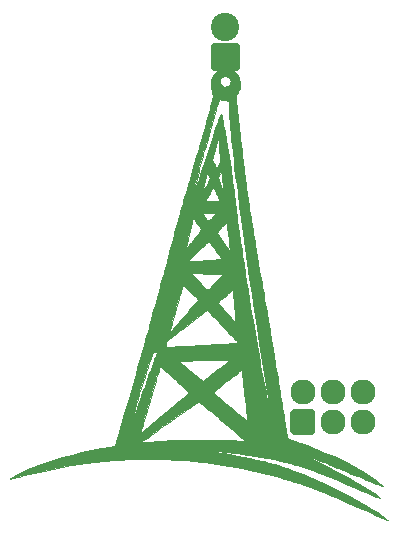
<source format=gbr>
G04 #@! TF.GenerationSoftware,KiCad,Pcbnew,(5.1.10)-1*
G04 #@! TF.CreationDate,2021-08-30T20:12:07-05:00*
G04 #@! TF.ProjectId,Bsides-KC-2021-RF-Village-SAO-SVG2Shenzen v1_00 (Paths),42736964-6573-42d4-9b43-2d323032312d,rev?*
G04 #@! TF.SameCoordinates,Original*
G04 #@! TF.FileFunction,Soldermask,Top*
G04 #@! TF.FilePolarity,Negative*
%FSLAX46Y46*%
G04 Gerber Fmt 4.6, Leading zero omitted, Abs format (unit mm)*
G04 Created by KiCad (PCBNEW (5.1.10)-1) date 2021-08-30 20:12:07*
%MOMM*%
%LPD*%
G01*
G04 APERTURE LIST*
%ADD10C,0.010000*%
%ADD11C,2.127200*%
%ADD12O,2.127200X2.127200*%
%ADD13C,2.400000*%
G04 APERTURE END LIST*
D10*
G04 #@! TO.C,G\u002A\u002A\u002A*
G36*
X147702539Y-82550145D02*
G01*
X147709184Y-82573961D01*
X147721666Y-82635198D01*
X147739246Y-82729460D01*
X147761185Y-82852348D01*
X147786742Y-82999465D01*
X147815178Y-83166414D01*
X147845753Y-83348796D01*
X147877728Y-83542215D01*
X147910363Y-83742272D01*
X147942918Y-83944570D01*
X147974653Y-84144712D01*
X148004829Y-84338300D01*
X148020459Y-84440167D01*
X148067256Y-84747084D01*
X148154426Y-84831750D01*
X148224455Y-84896594D01*
X148303605Y-84965408D01*
X148339633Y-84995105D01*
X148417012Y-85070744D01*
X148499515Y-85173909D01*
X148578415Y-85292120D01*
X148644986Y-85412898D01*
X148669430Y-85466750D01*
X148729616Y-85653072D01*
X148766032Y-85859910D01*
X148776158Y-86071170D01*
X148773710Y-86132713D01*
X148760999Y-86267957D01*
X148738479Y-86388497D01*
X148702584Y-86504029D01*
X148649749Y-86624247D01*
X148576408Y-86758845D01*
X148493541Y-86894564D01*
X148451067Y-86968435D01*
X148429041Y-87030415D01*
X148421219Y-87101470D01*
X148420667Y-87139248D01*
X148423312Y-87212054D01*
X148431116Y-87325065D01*
X148443879Y-87476493D01*
X148461402Y-87664551D01*
X148483484Y-87887451D01*
X148509927Y-88143404D01*
X148540532Y-88430624D01*
X148575099Y-88747322D01*
X148613428Y-89091710D01*
X148655321Y-89462001D01*
X148700577Y-89856407D01*
X148748998Y-90273140D01*
X148800383Y-90710412D01*
X148854535Y-91166436D01*
X148911253Y-91639423D01*
X148970337Y-92127586D01*
X149031590Y-92629136D01*
X149046195Y-92748084D01*
X149095974Y-93152359D01*
X149141385Y-93519264D01*
X149183079Y-93853466D01*
X149221704Y-94159628D01*
X149257910Y-94442416D01*
X149292345Y-94706496D01*
X149325660Y-94956533D01*
X149358503Y-95197192D01*
X149391523Y-95433138D01*
X149425370Y-95669038D01*
X149460693Y-95909556D01*
X149498140Y-96159357D01*
X149538363Y-96423107D01*
X149582008Y-96705471D01*
X149629726Y-97011115D01*
X149682166Y-97344704D01*
X149713344Y-97542334D01*
X149783106Y-97983844D01*
X149847065Y-98387833D01*
X149905941Y-98758607D01*
X149960454Y-99100472D01*
X150011326Y-99417735D01*
X150059277Y-99714701D01*
X150105028Y-99995677D01*
X150149299Y-100264969D01*
X150192813Y-100526884D01*
X150236289Y-100785726D01*
X150280448Y-101045804D01*
X150326011Y-101311422D01*
X150373699Y-101586887D01*
X150424232Y-101876506D01*
X150478332Y-102184584D01*
X150536719Y-102515428D01*
X150600114Y-102873344D01*
X150669238Y-103262639D01*
X150696515Y-103416084D01*
X150775400Y-103860187D01*
X150847338Y-104266217D01*
X150912945Y-104637753D01*
X150972834Y-104978373D01*
X151027619Y-105291658D01*
X151077913Y-105581186D01*
X151124331Y-105850536D01*
X151167486Y-106103288D01*
X151207992Y-106343021D01*
X151246463Y-106573314D01*
X151283513Y-106797746D01*
X151319756Y-107019897D01*
X151355804Y-107243346D01*
X151392274Y-107471672D01*
X151395293Y-107490667D01*
X151414156Y-107608960D01*
X151438483Y-107760833D01*
X151467883Y-107943875D01*
X151501965Y-108155677D01*
X151540338Y-108393829D01*
X151582611Y-108655920D01*
X151628395Y-108939539D01*
X151677298Y-109242278D01*
X151728930Y-109561726D01*
X151782899Y-109895472D01*
X151838816Y-110241108D01*
X151896289Y-110596221D01*
X151954928Y-110958403D01*
X152014343Y-111325243D01*
X152074141Y-111694331D01*
X152133933Y-112063258D01*
X152193329Y-112429612D01*
X152251936Y-112790984D01*
X152309366Y-113144963D01*
X152365226Y-113489140D01*
X152419127Y-113821104D01*
X152470677Y-114138446D01*
X152519486Y-114438754D01*
X152565163Y-114719620D01*
X152607317Y-114978632D01*
X152645558Y-115213381D01*
X152679496Y-115421457D01*
X152708739Y-115600449D01*
X152732896Y-115747948D01*
X152751578Y-115861542D01*
X152764392Y-115938823D01*
X152770950Y-115977380D01*
X152771600Y-115980856D01*
X152776460Y-115995495D01*
X152787162Y-116009754D01*
X152807440Y-116025154D01*
X152841029Y-116043217D01*
X152891664Y-116065465D01*
X152963079Y-116093419D01*
X153059008Y-116128600D01*
X153183187Y-116172531D01*
X153339349Y-116226732D01*
X153531229Y-116292726D01*
X153568241Y-116305422D01*
X154420355Y-116607234D01*
X155231087Y-116914041D01*
X156001132Y-117226191D01*
X156731187Y-117544035D01*
X157421947Y-117867920D01*
X158074108Y-118198195D01*
X158688365Y-118535211D01*
X159265413Y-118879315D01*
X159805950Y-119230857D01*
X160310669Y-119590186D01*
X160670875Y-119868814D01*
X160747215Y-119931494D01*
X160809634Y-119985429D01*
X160851620Y-120024802D01*
X160866667Y-120043671D01*
X160848759Y-120047066D01*
X160802476Y-120037429D01*
X160755542Y-120022799D01*
X160696432Y-120001162D01*
X160601635Y-119965038D01*
X160474694Y-119915843D01*
X160319153Y-119854998D01*
X160138555Y-119783921D01*
X159936444Y-119704030D01*
X159716365Y-119616745D01*
X159481859Y-119523483D01*
X159236472Y-119425664D01*
X158983746Y-119324706D01*
X158727226Y-119222027D01*
X158470454Y-119119048D01*
X158216976Y-119017186D01*
X157970333Y-118917860D01*
X157734071Y-118822488D01*
X157511732Y-118732490D01*
X157306860Y-118649284D01*
X157122999Y-118574288D01*
X156963693Y-118508922D01*
X156832484Y-118454604D01*
X156732918Y-118412753D01*
X156718000Y-118406383D01*
X156622556Y-118364641D01*
X156500789Y-118310113D01*
X156364606Y-118248201D01*
X156225912Y-118184306D01*
X156135917Y-118142329D01*
X155969445Y-118066827D01*
X155784293Y-117987364D01*
X155587121Y-117906438D01*
X155384588Y-117826544D01*
X155183354Y-117750181D01*
X154990078Y-117679846D01*
X154811421Y-117618036D01*
X154654042Y-117567249D01*
X154524602Y-117529982D01*
X154463750Y-117515287D01*
X154445840Y-117512926D01*
X154443282Y-117517333D01*
X154458258Y-117529665D01*
X154492949Y-117551078D01*
X154549537Y-117582731D01*
X154630201Y-117625780D01*
X154737123Y-117681383D01*
X154872484Y-117750697D01*
X155038465Y-117834879D01*
X155237248Y-117935087D01*
X155471013Y-118052477D01*
X155564417Y-118099300D01*
X156075691Y-118357329D01*
X156551858Y-118601526D01*
X156996991Y-118834090D01*
X157415164Y-119057222D01*
X157810449Y-119273122D01*
X158186921Y-119483989D01*
X158548653Y-119692023D01*
X158899717Y-119899424D01*
X158919334Y-119911179D01*
X159138069Y-120043783D01*
X159351924Y-120176176D01*
X159558284Y-120306549D01*
X159754540Y-120433091D01*
X159938080Y-120553991D01*
X160106292Y-120667439D01*
X160256564Y-120771624D01*
X160386286Y-120864736D01*
X160492846Y-120944965D01*
X160573632Y-121010499D01*
X160626032Y-121059529D01*
X160647436Y-121090244D01*
X160635336Y-121100834D01*
X160601689Y-121093270D01*
X160534611Y-121070453D01*
X160433652Y-121032193D01*
X160298362Y-120978300D01*
X160128290Y-120908584D01*
X159922987Y-120822856D01*
X159682004Y-120720926D01*
X159404890Y-120602604D01*
X159091195Y-120467702D01*
X158740470Y-120316028D01*
X158352264Y-120147393D01*
X157926129Y-119961609D01*
X157723417Y-119873034D01*
X157269449Y-119675473D01*
X156850209Y-119495065D01*
X156462320Y-119330518D01*
X156102406Y-119180540D01*
X155767091Y-119043841D01*
X155452999Y-118919129D01*
X155156752Y-118805112D01*
X154874975Y-118700500D01*
X154604292Y-118603999D01*
X154341325Y-118514320D01*
X154082699Y-118430171D01*
X153825036Y-118350260D01*
X153564962Y-118273296D01*
X153468917Y-118245726D01*
X153054999Y-118133267D01*
X152604792Y-118020975D01*
X152124331Y-117910025D01*
X151619650Y-117801592D01*
X151096780Y-117696851D01*
X150561756Y-117596976D01*
X150020611Y-117503141D01*
X149479379Y-117416522D01*
X148944093Y-117338292D01*
X148515917Y-117281492D01*
X148312977Y-117256746D01*
X148093630Y-117231568D01*
X147861293Y-117206243D01*
X147619382Y-117181051D01*
X147371314Y-117156277D01*
X147120506Y-117132204D01*
X146870375Y-117109114D01*
X146624337Y-117087290D01*
X146385810Y-117067016D01*
X146158210Y-117048573D01*
X145944953Y-117032246D01*
X145749457Y-117018318D01*
X145575139Y-117007070D01*
X145425414Y-116998786D01*
X145303701Y-116993750D01*
X145213415Y-116992243D01*
X145157973Y-116994549D01*
X145140793Y-117000951D01*
X145141500Y-117002047D01*
X145165474Y-117008494D01*
X145224734Y-117018307D01*
X145312449Y-117030534D01*
X145421792Y-117044223D01*
X145543666Y-117058171D01*
X146114458Y-117125222D01*
X146701618Y-117202851D01*
X147298048Y-117289828D01*
X147896647Y-117384919D01*
X148490317Y-117486894D01*
X149071956Y-117594519D01*
X149634466Y-117706564D01*
X150170746Y-117821796D01*
X150673698Y-117938983D01*
X150801917Y-117970563D01*
X151232755Y-118081100D01*
X151631835Y-118190366D01*
X152009493Y-118301604D01*
X152376064Y-118418055D01*
X152741881Y-118542960D01*
X153117280Y-118679559D01*
X153373667Y-118777059D01*
X154140980Y-119080769D01*
X154893349Y-119393416D01*
X155628114Y-119713654D01*
X156342613Y-120040140D01*
X157034186Y-120371527D01*
X157700171Y-120706472D01*
X158337907Y-121043630D01*
X158944732Y-121381657D01*
X159517986Y-121719206D01*
X160055008Y-122054935D01*
X160553136Y-122387498D01*
X160643796Y-122450659D01*
X160811092Y-122569134D01*
X160957521Y-122675031D01*
X161080529Y-122766399D01*
X161177566Y-122841286D01*
X161246078Y-122897738D01*
X161283515Y-122933804D01*
X161290000Y-122944978D01*
X161290108Y-122955769D01*
X161285150Y-122960202D01*
X161267203Y-122956122D01*
X161228345Y-122941372D01*
X161160652Y-122913795D01*
X161131250Y-122901763D01*
X161083132Y-122881164D01*
X161000834Y-122844853D01*
X160888652Y-122794766D01*
X160750885Y-122732842D01*
X160591829Y-122661017D01*
X160415783Y-122581230D01*
X160227043Y-122495419D01*
X160029908Y-122405520D01*
X159977667Y-122381651D01*
X159326229Y-122085505D01*
X158709188Y-121808427D01*
X158123721Y-121549314D01*
X157567006Y-121307065D01*
X157036218Y-121080578D01*
X156528536Y-120868751D01*
X156041136Y-120670483D01*
X155571195Y-120484672D01*
X155115891Y-120310215D01*
X154672401Y-120146012D01*
X154237902Y-119990961D01*
X153809570Y-119843959D01*
X153384583Y-119703905D01*
X152960118Y-119569697D01*
X152533353Y-119440234D01*
X152167167Y-119333236D01*
X151067696Y-119031874D01*
X149986412Y-118765154D01*
X148918493Y-118532187D01*
X147859114Y-118332081D01*
X146803453Y-118163946D01*
X145746686Y-118026891D01*
X144683991Y-117920025D01*
X144377834Y-117894852D01*
X143810568Y-117856015D01*
X143209874Y-117825201D01*
X142583490Y-117802411D01*
X141939155Y-117787643D01*
X141284608Y-117780898D01*
X140627588Y-117782174D01*
X139975836Y-117791472D01*
X139337089Y-117808792D01*
X138719088Y-117834132D01*
X138129571Y-117867492D01*
X137743240Y-117895204D01*
X137611050Y-117906825D01*
X137443098Y-117923547D01*
X137245550Y-117944629D01*
X137024570Y-117969328D01*
X136786325Y-117996902D01*
X136536981Y-118026610D01*
X136282704Y-118057711D01*
X136029658Y-118089461D01*
X135784011Y-118121121D01*
X135551927Y-118151947D01*
X135339573Y-118181198D01*
X135202084Y-118200907D01*
X134443502Y-118318730D01*
X133685280Y-118450479D01*
X132920813Y-118597519D01*
X132143498Y-118761217D01*
X131346732Y-118942936D01*
X130523913Y-119144043D01*
X130037417Y-119268731D01*
X129838981Y-119320417D01*
X129677691Y-119362385D01*
X129549712Y-119395526D01*
X129451208Y-119420734D01*
X129378343Y-119438899D01*
X129327281Y-119450914D01*
X129294186Y-119457670D01*
X129275224Y-119460060D01*
X129266557Y-119458975D01*
X129264351Y-119455307D01*
X129264768Y-119449948D01*
X129264834Y-119448369D01*
X129283334Y-119427884D01*
X129335985Y-119391825D01*
X129418515Y-119342383D01*
X129526648Y-119281750D01*
X129656112Y-119212118D01*
X129802633Y-119135678D01*
X129961936Y-119054622D01*
X130129749Y-118971142D01*
X130301797Y-118887428D01*
X130473808Y-118805674D01*
X130641507Y-118728070D01*
X130800620Y-118656808D01*
X130852334Y-118634270D01*
X131512981Y-118363085D01*
X132211872Y-118104013D01*
X132946482Y-117857758D01*
X133714289Y-117625022D01*
X134512769Y-117406507D01*
X135339398Y-117202917D01*
X136191654Y-117014954D01*
X137067013Y-116843320D01*
X137659432Y-116738780D01*
X138190614Y-116649118D01*
X138274292Y-116362263D01*
X140367809Y-116362263D01*
X140370694Y-116374779D01*
X140415101Y-116379549D01*
X140500933Y-116376578D01*
X140628092Y-116365867D01*
X140779500Y-116349414D01*
X140923064Y-116334245D01*
X141104823Y-116317644D01*
X141320672Y-116299883D01*
X141566506Y-116281236D01*
X141838221Y-116261974D01*
X142131713Y-116242372D01*
X142442877Y-116222702D01*
X142767609Y-116203237D01*
X143101804Y-116184249D01*
X143441358Y-116166012D01*
X143782166Y-116148798D01*
X143838084Y-116146083D01*
X143986199Y-116140336D01*
X144171124Y-116135444D01*
X144387345Y-116131405D01*
X144629348Y-116128219D01*
X144891617Y-116125885D01*
X145168639Y-116124403D01*
X145454899Y-116123771D01*
X145744882Y-116123990D01*
X146033074Y-116125057D01*
X146313961Y-116126973D01*
X146582027Y-116129737D01*
X146831760Y-116133348D01*
X147057643Y-116137806D01*
X147254164Y-116143109D01*
X147351750Y-116146542D01*
X147547968Y-116155129D01*
X147768460Y-116166327D01*
X147998294Y-116179275D01*
X148222540Y-116193116D01*
X148426268Y-116206989D01*
X148508970Y-116213143D01*
X148662937Y-116224547D01*
X148806249Y-116234320D01*
X148932503Y-116242091D01*
X149035302Y-116247490D01*
X149108242Y-116250148D01*
X149143615Y-116249840D01*
X149213706Y-116243084D01*
X149097645Y-116130362D01*
X149065043Y-116100821D01*
X149002623Y-116046339D01*
X148913028Y-115969142D01*
X148798904Y-115871461D01*
X148662897Y-115755522D01*
X148507650Y-115623554D01*
X148335810Y-115477785D01*
X148150020Y-115320443D01*
X147952925Y-115153757D01*
X147747172Y-114979955D01*
X147535404Y-114801264D01*
X147320267Y-114619914D01*
X147104405Y-114438132D01*
X146890464Y-114258147D01*
X146681088Y-114082186D01*
X146478923Y-113912478D01*
X146286612Y-113751251D01*
X146106803Y-113600733D01*
X145942138Y-113463153D01*
X145795263Y-113340739D01*
X145668824Y-113235719D01*
X145565465Y-113150320D01*
X145487830Y-113086772D01*
X145438566Y-113047303D01*
X145431212Y-113041625D01*
X145360399Y-112990993D01*
X145298322Y-112952445D01*
X145255238Y-112932150D01*
X145246409Y-112930500D01*
X145233232Y-112935413D01*
X145205884Y-112950720D01*
X145163138Y-112977278D01*
X145103767Y-113015940D01*
X145026546Y-113067563D01*
X144930247Y-113133000D01*
X144813645Y-113213106D01*
X144675513Y-113308737D01*
X144514625Y-113420748D01*
X144329754Y-113549993D01*
X144119675Y-113697327D01*
X143883160Y-113863605D01*
X143618983Y-114049682D01*
X143325919Y-114256413D01*
X143002739Y-114484653D01*
X142648220Y-114735257D01*
X142261133Y-115009080D01*
X142028334Y-115173835D01*
X141732263Y-115383484D01*
X141469436Y-115569781D01*
X141238462Y-115733722D01*
X141037954Y-115876299D01*
X140866520Y-115998508D01*
X140722772Y-116101343D01*
X140605321Y-116185798D01*
X140512778Y-116252867D01*
X140443753Y-116303545D01*
X140396857Y-116338826D01*
X140370700Y-116359704D01*
X140367809Y-116362263D01*
X138274292Y-116362263D01*
X138515225Y-115536338D01*
X140335000Y-115536338D01*
X140338384Y-115542292D01*
X140350187Y-115539866D01*
X140372888Y-115527119D01*
X140408965Y-115502106D01*
X140460896Y-115462883D01*
X140531159Y-115407509D01*
X140622233Y-115334039D01*
X140736595Y-115240531D01*
X140876724Y-115125040D01*
X141045098Y-114985624D01*
X141178918Y-114874562D01*
X141311416Y-114764613D01*
X141471840Y-114631635D01*
X141655460Y-114479541D01*
X141857550Y-114312242D01*
X142073380Y-114133652D01*
X142298221Y-113947682D01*
X142527346Y-113758245D01*
X142756026Y-113569253D01*
X142979532Y-113384617D01*
X143076084Y-113304885D01*
X143275438Y-113140125D01*
X143466699Y-112981753D01*
X143647138Y-112832049D01*
X143814023Y-112693293D01*
X143964623Y-112567764D01*
X144096209Y-112457741D01*
X144206049Y-112365503D01*
X144291412Y-112293331D01*
X144349569Y-112243503D01*
X144377788Y-112218299D01*
X144377834Y-112218254D01*
X144451917Y-112145301D01*
X144443531Y-112137619D01*
X146489996Y-112137619D01*
X146719790Y-112339899D01*
X146812484Y-112420575D01*
X146927040Y-112518769D01*
X147060532Y-112632073D01*
X147210034Y-112758079D01*
X147372619Y-112894377D01*
X147545360Y-113038560D01*
X147725331Y-113188219D01*
X147909606Y-113340947D01*
X148095258Y-113494334D01*
X148279361Y-113645973D01*
X148458988Y-113793454D01*
X148631212Y-113934371D01*
X148793107Y-114066314D01*
X148941747Y-114186875D01*
X149074205Y-114293645D01*
X149187555Y-114384217D01*
X149278870Y-114456182D01*
X149345224Y-114507132D01*
X149383690Y-114534659D01*
X149391961Y-114538944D01*
X149394125Y-114519674D01*
X149392511Y-114468363D01*
X149387499Y-114395097D01*
X149385812Y-114375125D01*
X149380060Y-114316118D01*
X149370075Y-114221400D01*
X149356270Y-114094524D01*
X149339055Y-113939046D01*
X149324288Y-113807153D01*
X151301005Y-113807153D01*
X151304896Y-113834606D01*
X151312122Y-113834934D01*
X151317175Y-113806605D01*
X151313793Y-113794365D01*
X151304394Y-113786347D01*
X151301005Y-113807153D01*
X149324288Y-113807153D01*
X149318842Y-113758518D01*
X149296042Y-113556494D01*
X149271067Y-113336529D01*
X149244327Y-113102175D01*
X149216235Y-112856987D01*
X149187202Y-112604519D01*
X149157639Y-112348323D01*
X149127957Y-112091955D01*
X149098568Y-111838968D01*
X149069883Y-111592916D01*
X149042314Y-111357352D01*
X149016271Y-111135830D01*
X148992167Y-110931904D01*
X148970413Y-110749128D01*
X148951420Y-110591056D01*
X148935599Y-110461242D01*
X148923362Y-110363238D01*
X148915120Y-110300600D01*
X148911488Y-110277515D01*
X148896004Y-110217446D01*
X148703868Y-110364323D01*
X148605929Y-110439892D01*
X148482406Y-110536319D01*
X148337663Y-110650113D01*
X148176066Y-110777784D01*
X148001981Y-110915843D01*
X147819773Y-111060801D01*
X147633806Y-111209167D01*
X147448447Y-111357452D01*
X147268060Y-111502166D01*
X147097011Y-111639819D01*
X146939665Y-111766922D01*
X146800387Y-111879986D01*
X146683544Y-111975519D01*
X146593499Y-112050033D01*
X146561040Y-112077342D01*
X146489996Y-112137619D01*
X144443531Y-112137619D01*
X144367250Y-112067745D01*
X144334756Y-112037716D01*
X144274785Y-111982026D01*
X144190804Y-111903905D01*
X144086280Y-111806581D01*
X143964679Y-111693283D01*
X143829469Y-111567240D01*
X143684115Y-111431681D01*
X143541750Y-111298854D01*
X143329715Y-111101506D01*
X143125411Y-110912362D01*
X142931364Y-110733708D01*
X142750097Y-110567829D01*
X142584138Y-110417007D01*
X142436010Y-110283529D01*
X142308238Y-110169677D01*
X142203349Y-110077737D01*
X142123866Y-110009993D01*
X142072315Y-109968729D01*
X142067819Y-109965445D01*
X142012055Y-109925432D01*
X141989132Y-109983341D01*
X141977008Y-110018916D01*
X141954004Y-110091391D01*
X141920977Y-110197898D01*
X141878778Y-110335571D01*
X141828263Y-110501543D01*
X141770285Y-110692948D01*
X141705699Y-110906918D01*
X141635357Y-111140588D01*
X141560114Y-111391091D01*
X141480824Y-111655560D01*
X141398341Y-111931128D01*
X141313519Y-112214929D01*
X141227211Y-112504097D01*
X141140271Y-112795764D01*
X141053554Y-113087064D01*
X140967913Y-113375131D01*
X140884203Y-113657097D01*
X140803277Y-113930096D01*
X140725988Y-114191262D01*
X140653192Y-114437728D01*
X140585742Y-114666627D01*
X140524491Y-114875093D01*
X140470294Y-115060259D01*
X140424005Y-115219258D01*
X140386477Y-115349225D01*
X140358564Y-115447291D01*
X140341121Y-115510591D01*
X140335001Y-115536258D01*
X140335000Y-115536338D01*
X138515225Y-115536338D01*
X138524605Y-115504184D01*
X138630012Y-115142417D01*
X139467167Y-115142417D01*
X139477750Y-115153000D01*
X139488334Y-115142417D01*
X139477750Y-115131834D01*
X139467167Y-115142417D01*
X138630012Y-115142417D01*
X138650333Y-115072670D01*
X139490005Y-115072670D01*
X139496855Y-115065247D01*
X139514202Y-115024417D01*
X139539354Y-114956999D01*
X139566912Y-114877834D01*
X139590584Y-114808501D01*
X139626218Y-114704935D01*
X139671827Y-114572874D01*
X139725424Y-114418055D01*
X139785022Y-114246213D01*
X139848636Y-114063087D01*
X139914278Y-113874413D01*
X139933402Y-113819500D01*
X139971076Y-113711781D01*
X140020713Y-113570532D01*
X140081110Y-113399141D01*
X140151066Y-113200992D01*
X140229377Y-112979471D01*
X140314841Y-112737963D01*
X140406255Y-112479854D01*
X140502418Y-112208529D01*
X140602126Y-111927374D01*
X140704178Y-111639774D01*
X140807370Y-111349116D01*
X140910500Y-111058783D01*
X141012366Y-110772163D01*
X141111765Y-110492640D01*
X141207494Y-110223600D01*
X141298352Y-109968429D01*
X141383136Y-109730511D01*
X141460643Y-109513233D01*
X141464652Y-109502009D01*
X143585471Y-109502009D01*
X143585848Y-109504355D01*
X143607256Y-109526002D01*
X143658117Y-109571223D01*
X143734868Y-109637098D01*
X143833944Y-109720708D01*
X143951780Y-109819133D01*
X144084811Y-109929454D01*
X144229473Y-110048751D01*
X144382201Y-110174104D01*
X144539431Y-110302594D01*
X144697598Y-110431302D01*
X144853137Y-110557308D01*
X145002484Y-110677692D01*
X145142074Y-110789536D01*
X145268342Y-110889918D01*
X145377724Y-110975921D01*
X145463842Y-111042479D01*
X145607933Y-111152425D01*
X145728425Y-111070501D01*
X145776208Y-111036592D01*
X145852093Y-110980983D01*
X145950610Y-110907761D01*
X146066289Y-110821016D01*
X146193662Y-110724837D01*
X146327259Y-110623312D01*
X146358363Y-110599580D01*
X146517905Y-110477432D01*
X146699622Y-110337758D01*
X146892377Y-110189153D01*
X147085035Y-110040214D01*
X147266456Y-109899535D01*
X147397152Y-109797834D01*
X147926493Y-109385084D01*
X147755538Y-109378008D01*
X147694270Y-109376923D01*
X147594683Y-109376981D01*
X147460777Y-109378088D01*
X147296550Y-109380153D01*
X147105999Y-109383081D01*
X146893121Y-109386780D01*
X146661916Y-109391157D01*
X146416380Y-109396118D01*
X146160511Y-109401570D01*
X145898309Y-109407421D01*
X145633769Y-109413577D01*
X145370890Y-109419944D01*
X145113671Y-109426431D01*
X144866108Y-109432944D01*
X144632200Y-109439389D01*
X144415945Y-109445674D01*
X144221340Y-109451706D01*
X144052383Y-109457391D01*
X143913072Y-109462636D01*
X143807406Y-109467349D01*
X143739381Y-109471436D01*
X143737648Y-109471573D01*
X143660718Y-109480153D01*
X143607157Y-109490911D01*
X143585471Y-109502009D01*
X141464652Y-109502009D01*
X141529670Y-109319980D01*
X141589016Y-109154137D01*
X141637478Y-109019091D01*
X141673853Y-108918226D01*
X141691311Y-108870233D01*
X141711888Y-108805400D01*
X141721751Y-108756180D01*
X141720454Y-108737942D01*
X141694125Y-108726979D01*
X141639509Y-108719863D01*
X141594680Y-108718334D01*
X141539948Y-108719986D01*
X141495276Y-108727997D01*
X141457403Y-108746947D01*
X141423067Y-108781416D01*
X141389007Y-108835984D01*
X141351963Y-108915232D01*
X141308673Y-109023740D01*
X141255875Y-109166088D01*
X141234998Y-109223509D01*
X141109359Y-109577090D01*
X140976036Y-109965793D01*
X140836950Y-110383511D01*
X140694018Y-110824136D01*
X140549160Y-111281562D01*
X140404294Y-111749680D01*
X140261341Y-112222382D01*
X140122218Y-112693562D01*
X139988845Y-113157112D01*
X139902926Y-113463012D01*
X139859682Y-113620183D01*
X139813833Y-113789626D01*
X139766644Y-113966410D01*
X139719381Y-114145602D01*
X139673308Y-114322269D01*
X139629691Y-114491478D01*
X139589796Y-114648297D01*
X139554887Y-114787793D01*
X139526230Y-114905033D01*
X139505091Y-114995085D01*
X139492735Y-115053015D01*
X139490005Y-115072670D01*
X138650333Y-115072670D01*
X138711494Y-114862763D01*
X138896540Y-114226181D01*
X139079132Y-113596577D01*
X139258659Y-112976090D01*
X139434512Y-112366858D01*
X139606081Y-111771020D01*
X139772754Y-111190715D01*
X139933922Y-110628082D01*
X140088975Y-110085259D01*
X140237302Y-109564384D01*
X140378292Y-109067598D01*
X140511337Y-108597038D01*
X140612393Y-108238073D01*
X142479660Y-108238073D01*
X142480784Y-108242856D01*
X142484530Y-108250826D01*
X142491065Y-108257581D01*
X142503181Y-108263045D01*
X142523671Y-108267145D01*
X142555328Y-108269806D01*
X142600943Y-108270954D01*
X142663309Y-108270514D01*
X142745219Y-108268412D01*
X142849466Y-108264574D01*
X142978841Y-108258925D01*
X143136137Y-108251391D01*
X143324147Y-108241897D01*
X143545663Y-108230369D01*
X143803478Y-108216734D01*
X144100384Y-108200915D01*
X144145000Y-108198534D01*
X144692857Y-108169250D01*
X145199513Y-108142064D01*
X145666044Y-108116914D01*
X146093528Y-108093740D01*
X146483040Y-108072480D01*
X146835659Y-108053071D01*
X147152460Y-108035453D01*
X147434520Y-108019564D01*
X147682916Y-108005343D01*
X147898726Y-107992727D01*
X148083025Y-107981655D01*
X148236891Y-107972065D01*
X148361401Y-107963896D01*
X148457630Y-107957087D01*
X148526657Y-107951575D01*
X148569558Y-107947299D01*
X148586785Y-107944436D01*
X148593218Y-107942322D01*
X148597770Y-107939294D01*
X148598744Y-107933500D01*
X148594440Y-107923088D01*
X148583159Y-107906207D01*
X148563204Y-107881002D01*
X148532875Y-107845624D01*
X148490473Y-107798219D01*
X148434301Y-107736936D01*
X148362659Y-107659923D01*
X148273848Y-107565327D01*
X148166171Y-107451297D01*
X148037927Y-107315980D01*
X147887419Y-107157525D01*
X147712948Y-106974079D01*
X147512815Y-106763790D01*
X147285321Y-106524806D01*
X147268669Y-106507313D01*
X147082692Y-106311871D01*
X146904653Y-106124633D01*
X146736784Y-105947952D01*
X146581313Y-105784182D01*
X146440471Y-105635677D01*
X146316488Y-105504790D01*
X146211595Y-105393875D01*
X146128021Y-105305285D01*
X146067997Y-105241374D01*
X146033753Y-105204497D01*
X146026789Y-105196681D01*
X146015249Y-105184928D01*
X146001031Y-105179840D01*
X145979979Y-105183950D01*
X145947934Y-105199795D01*
X145900739Y-105229908D01*
X145834237Y-105276824D01*
X145744269Y-105343078D01*
X145626678Y-105431204D01*
X145561122Y-105480571D01*
X145379786Y-105617345D01*
X145186049Y-105763721D01*
X144982557Y-105917683D01*
X144771958Y-106077214D01*
X144556898Y-106240299D01*
X144340024Y-106404920D01*
X144123983Y-106569063D01*
X143911423Y-106730710D01*
X143704989Y-106887845D01*
X143507329Y-107038453D01*
X143321089Y-107180517D01*
X143148917Y-107312020D01*
X142993459Y-107430947D01*
X142857362Y-107535282D01*
X142743274Y-107623007D01*
X142653840Y-107692108D01*
X142591709Y-107740567D01*
X142559526Y-107766369D01*
X142555541Y-107770015D01*
X142543116Y-107804903D01*
X142528220Y-107869418D01*
X142512653Y-107952178D01*
X142498214Y-108041804D01*
X142486703Y-108126915D01*
X142479919Y-108196131D01*
X142479660Y-108238073D01*
X140612393Y-108238073D01*
X140635825Y-108154842D01*
X140751146Y-107743151D01*
X140856690Y-107364102D01*
X140946629Y-107038713D01*
X142812295Y-107038713D01*
X142812547Y-107043630D01*
X142814548Y-107045588D01*
X142820886Y-107041729D01*
X142834146Y-107029196D01*
X142856916Y-107005134D01*
X142891783Y-106966684D01*
X142941334Y-106910990D01*
X143008156Y-106835195D01*
X143094835Y-106736442D01*
X143203958Y-106611874D01*
X143338114Y-106458635D01*
X143354310Y-106440134D01*
X143451810Y-106328529D01*
X143572141Y-106190412D01*
X143710488Y-106031328D01*
X143862038Y-105856826D01*
X144021975Y-105672451D01*
X144185484Y-105483751D01*
X144347752Y-105296272D01*
X144490986Y-105130584D01*
X145000736Y-104540537D01*
X146896769Y-104540537D01*
X147075870Y-104758067D01*
X147144391Y-104839629D01*
X147230139Y-104939066D01*
X147329676Y-105052614D01*
X147439566Y-105176510D01*
X147556373Y-105306990D01*
X147676661Y-105440292D01*
X147796993Y-105572651D01*
X147913933Y-105700306D01*
X148024044Y-105819492D01*
X148123890Y-105926447D01*
X148210035Y-106017406D01*
X148279042Y-106088608D01*
X148327474Y-106136288D01*
X148351897Y-106156683D01*
X148353448Y-106157167D01*
X148356087Y-106137214D01*
X148356703Y-106082108D01*
X148355382Y-105998976D01*
X148352210Y-105894945D01*
X148349383Y-105823792D01*
X148343625Y-105706514D01*
X148335472Y-105564031D01*
X148325275Y-105400875D01*
X148313384Y-105221578D01*
X148300149Y-105030670D01*
X148285921Y-104832684D01*
X148271051Y-104632152D01*
X148255889Y-104433604D01*
X148240785Y-104241572D01*
X148226091Y-104060588D01*
X148212157Y-103895183D01*
X148199332Y-103749888D01*
X148187969Y-103629236D01*
X148178417Y-103537758D01*
X148171026Y-103479985D01*
X148166577Y-103460612D01*
X148144016Y-103466550D01*
X148094602Y-103497474D01*
X148022984Y-103550091D01*
X147933812Y-103621108D01*
X147897929Y-103650862D01*
X147796318Y-103736672D01*
X147682650Y-103833883D01*
X147561940Y-103938084D01*
X147439207Y-104044863D01*
X147319469Y-104149809D01*
X147207742Y-104248511D01*
X147109043Y-104336557D01*
X147028391Y-104409537D01*
X146970802Y-104463040D01*
X146944343Y-104489246D01*
X146896769Y-104540537D01*
X145000736Y-104540537D01*
X145222434Y-104283917D01*
X145017092Y-104075401D01*
X144936080Y-103994092D01*
X144839867Y-103899081D01*
X144732518Y-103794237D01*
X144618098Y-103683426D01*
X144500672Y-103570515D01*
X144384307Y-103459372D01*
X144273068Y-103353864D01*
X144171019Y-103257857D01*
X144082227Y-103175220D01*
X144010757Y-103109820D01*
X143960674Y-103065523D01*
X143936044Y-103046197D01*
X143934576Y-103045667D01*
X143929346Y-103049400D01*
X143922105Y-103062156D01*
X143912174Y-103086272D01*
X143898875Y-103124086D01*
X143881528Y-103177933D01*
X143859455Y-103250150D01*
X143831978Y-103343075D01*
X143798417Y-103459043D01*
X143758094Y-103600392D01*
X143710331Y-103769458D01*
X143654448Y-103968578D01*
X143589767Y-104200089D01*
X143515610Y-104466327D01*
X143431297Y-104769629D01*
X143375148Y-104971834D01*
X143278193Y-105321254D01*
X143192118Y-105631844D01*
X143116394Y-105905541D01*
X143050494Y-106144283D01*
X142993890Y-106350006D01*
X142946056Y-106524647D01*
X142906463Y-106670145D01*
X142874583Y-106788436D01*
X142849890Y-106881457D01*
X142831855Y-106951147D01*
X142819952Y-106999441D01*
X142813652Y-107028278D01*
X142812295Y-107038713D01*
X140946629Y-107038713D01*
X140951847Y-107019835D01*
X141036007Y-106712487D01*
X141088980Y-106517000D01*
X141217424Y-106040962D01*
X141335964Y-105602634D01*
X141445481Y-105198787D01*
X141546858Y-104826195D01*
X141640974Y-104481631D01*
X141728713Y-104161867D01*
X141810955Y-103863677D01*
X141888582Y-103583832D01*
X141962476Y-103319107D01*
X141964957Y-103310250D01*
X142046430Y-103019050D01*
X142118911Y-102759116D01*
X142184563Y-102522503D01*
X142245549Y-102301265D01*
X142304034Y-102087455D01*
X142315537Y-102045056D01*
X144642417Y-102045056D01*
X144822158Y-102233153D01*
X144881202Y-102294597D01*
X144964725Y-102381026D01*
X145067606Y-102487165D01*
X145184721Y-102607736D01*
X145310947Y-102737464D01*
X145441161Y-102871072D01*
X145516039Y-102947797D01*
X145652809Y-103087777D01*
X145763159Y-103200199D01*
X145850234Y-103287806D01*
X145917178Y-103353339D01*
X145967135Y-103399541D01*
X146003251Y-103429153D01*
X146028669Y-103444918D01*
X146046534Y-103449578D01*
X146059990Y-103445874D01*
X146072182Y-103436549D01*
X146074324Y-103434630D01*
X146099231Y-103410004D01*
X146149403Y-103358574D01*
X146221033Y-103284309D01*
X146310312Y-103191175D01*
X146413432Y-103083142D01*
X146526587Y-102964177D01*
X146599879Y-102886917D01*
X146721439Y-102758326D01*
X146838702Y-102633689D01*
X146947143Y-102517860D01*
X147042234Y-102415695D01*
X147119450Y-102332049D01*
X147174264Y-102271778D01*
X147191862Y-102251917D01*
X147302436Y-102124917D01*
X147200093Y-102111287D01*
X147155437Y-102107791D01*
X147074005Y-102103917D01*
X146961353Y-102099833D01*
X146823035Y-102095705D01*
X146664607Y-102091701D01*
X146491622Y-102087988D01*
X146325167Y-102084984D01*
X146122981Y-102081481D01*
X145912127Y-102077493D01*
X145701803Y-102073218D01*
X145501207Y-102068853D01*
X145319537Y-102064594D01*
X145165991Y-102060639D01*
X145097500Y-102058683D01*
X144642417Y-102045056D01*
X142315537Y-102045056D01*
X142362182Y-101873128D01*
X142422156Y-101650338D01*
X142486121Y-101411138D01*
X142556240Y-101147582D01*
X142587203Y-101030790D01*
X144328060Y-101030790D01*
X144335500Y-101033925D01*
X144365752Y-101033015D01*
X144431205Y-101030281D01*
X144524780Y-101026046D01*
X144639398Y-101020629D01*
X144767982Y-101014354D01*
X144780000Y-101013758D01*
X144932350Y-101005814D01*
X145105150Y-100996154D01*
X145294010Y-100985076D01*
X145494541Y-100972875D01*
X145702354Y-100959850D01*
X145913060Y-100946297D01*
X146122268Y-100932514D01*
X146325591Y-100918798D01*
X146518638Y-100905445D01*
X146697020Y-100892753D01*
X146856349Y-100881020D01*
X146992234Y-100870542D01*
X147100286Y-100861616D01*
X147176117Y-100854539D01*
X147215336Y-100849609D01*
X147219208Y-100848635D01*
X147227861Y-100839036D01*
X147224917Y-100818636D01*
X147207960Y-100783464D01*
X147174571Y-100729554D01*
X147122334Y-100652935D01*
X147048831Y-100549640D01*
X146975211Y-100448039D01*
X146860990Y-100292279D01*
X146745186Y-100136457D01*
X146630777Y-99984403D01*
X146520740Y-99839947D01*
X146418053Y-99706921D01*
X146325693Y-99589154D01*
X146246637Y-99490476D01*
X146183862Y-99414719D01*
X146140347Y-99365712D01*
X146119742Y-99347488D01*
X146112568Y-99345342D01*
X146103979Y-99345871D01*
X146091654Y-99351192D01*
X146073270Y-99363424D01*
X146046507Y-99384685D01*
X146009043Y-99417092D01*
X145958557Y-99462763D01*
X145892728Y-99523816D01*
X145809234Y-99602369D01*
X145705755Y-99700540D01*
X145579968Y-99820445D01*
X145429552Y-99964205D01*
X145252187Y-100133935D01*
X145139834Y-100241492D01*
X144994845Y-100380206D01*
X144856945Y-100511963D01*
X144729633Y-100633432D01*
X144616413Y-100741279D01*
X144520786Y-100832170D01*
X144446253Y-100902772D01*
X144396317Y-100949752D01*
X144377834Y-100966832D01*
X144337709Y-101008063D01*
X144328060Y-101030790D01*
X142587203Y-101030790D01*
X142634677Y-100851725D01*
X142642238Y-100823167D01*
X142795369Y-100245850D01*
X142864693Y-99985615D01*
X144173831Y-99985615D01*
X144185383Y-99988289D01*
X144204271Y-99968662D01*
X144245492Y-99920920D01*
X144304927Y-99849999D01*
X144378456Y-99760833D01*
X144461961Y-99658360D01*
X144500415Y-99610807D01*
X144588381Y-99500802D01*
X144685762Y-99377346D01*
X144789382Y-99244625D01*
X144896059Y-99106826D01*
X145002617Y-98968138D01*
X145105874Y-98832746D01*
X145202654Y-98704838D01*
X145282996Y-98597647D01*
X146809438Y-98597647D01*
X147248245Y-99228865D01*
X147410236Y-99461243D01*
X147549207Y-99659200D01*
X147665701Y-99823485D01*
X147760262Y-99954845D01*
X147833433Y-100054031D01*
X147885756Y-100121790D01*
X147917775Y-100158871D01*
X147928729Y-100167000D01*
X147932554Y-100148073D01*
X147930713Y-100099414D01*
X147926393Y-100055875D01*
X147883297Y-99695521D01*
X147844794Y-99374948D01*
X147810582Y-99091891D01*
X147780358Y-98844083D01*
X147753821Y-98629255D01*
X147730668Y-98445142D01*
X147710596Y-98289476D01*
X147693305Y-98159990D01*
X147678490Y-98054418D01*
X147665852Y-97970491D01*
X147655086Y-97905944D01*
X147645891Y-97858509D01*
X147637965Y-97825919D01*
X147631005Y-97805907D01*
X147625229Y-97796688D01*
X147611589Y-97788360D01*
X147593268Y-97790571D01*
X147566164Y-97806740D01*
X147526176Y-97840284D01*
X147469204Y-97894621D01*
X147391148Y-97973169D01*
X147295498Y-98071500D01*
X147197398Y-98173453D01*
X147102750Y-98272927D01*
X147018056Y-98363007D01*
X146949817Y-98436776D01*
X146904535Y-98487319D01*
X146903920Y-98488032D01*
X146809438Y-98597647D01*
X145282996Y-98597647D01*
X145289776Y-98588602D01*
X145364062Y-98488224D01*
X145422333Y-98407891D01*
X145461410Y-98351791D01*
X145478114Y-98324111D01*
X145478500Y-98322516D01*
X145466162Y-98291870D01*
X145431921Y-98234557D01*
X145379934Y-98156126D01*
X145314359Y-98062126D01*
X145239355Y-97958104D01*
X145159079Y-97849610D01*
X145077691Y-97742191D01*
X144999347Y-97641398D01*
X144928206Y-97552777D01*
X144868426Y-97481878D01*
X144824166Y-97434249D01*
X144799582Y-97415438D01*
X144798664Y-97415344D01*
X144786557Y-97433976D01*
X144768387Y-97482366D01*
X144751815Y-97537042D01*
X144738678Y-97587351D01*
X144717070Y-97673630D01*
X144688246Y-97790650D01*
X144653463Y-97933180D01*
X144613977Y-98095991D01*
X144571043Y-98273851D01*
X144525918Y-98461531D01*
X144479856Y-98653800D01*
X144434114Y-98845429D01*
X144389948Y-99031188D01*
X144348614Y-99205845D01*
X144311367Y-99364171D01*
X144279463Y-99500936D01*
X144260094Y-99584917D01*
X144233945Y-99699042D01*
X144210398Y-99801741D01*
X144191422Y-99884434D01*
X144178984Y-99938544D01*
X144175921Y-99951815D01*
X144173831Y-99985615D01*
X142864693Y-99985615D01*
X142938792Y-99707458D01*
X143073090Y-99205852D01*
X143198846Y-98738891D01*
X143316641Y-98304438D01*
X143427059Y-97900353D01*
X143530682Y-97524497D01*
X143628093Y-97174731D01*
X143677026Y-97001023D01*
X145631737Y-97001023D01*
X145636453Y-97025733D01*
X145653730Y-97057943D01*
X145660987Y-97069665D01*
X145697879Y-97125038D01*
X145749152Y-97197335D01*
X145809562Y-97279692D01*
X145873865Y-97365248D01*
X145936818Y-97447138D01*
X145993177Y-97518501D01*
X146037700Y-97572475D01*
X146065143Y-97602195D01*
X146070637Y-97605834D01*
X146090934Y-97592002D01*
X146137059Y-97553401D01*
X146204101Y-97494369D01*
X146287149Y-97419246D01*
X146381294Y-97332370D01*
X146402781Y-97312322D01*
X146501987Y-97219129D01*
X146593749Y-97132091D01*
X146672354Y-97056692D01*
X146732087Y-96998418D01*
X146767235Y-96962754D01*
X146769667Y-96960102D01*
X146822584Y-96901395D01*
X146694641Y-96914168D01*
X146634737Y-96918694D01*
X146541040Y-96923984D01*
X146422074Y-96929640D01*
X146286362Y-96935267D01*
X146142429Y-96940464D01*
X146105307Y-96941677D01*
X145945378Y-96947105D01*
X145823517Y-96952686D01*
X145735474Y-96959644D01*
X145676997Y-96969203D01*
X145643835Y-96982587D01*
X145631737Y-97001023D01*
X143677026Y-97001023D01*
X143719875Y-96848916D01*
X143806610Y-96544913D01*
X143824135Y-96484000D01*
X143918717Y-96155917D01*
X144610667Y-96155917D01*
X144621250Y-96166500D01*
X144631834Y-96155917D01*
X144621250Y-96145334D01*
X144610667Y-96155917D01*
X143918717Y-96155917D01*
X143936232Y-96095161D01*
X144638105Y-96095161D01*
X144646190Y-96078040D01*
X144664779Y-96025728D01*
X144692123Y-95943558D01*
X144692238Y-95943199D01*
X145817167Y-95943199D01*
X145837949Y-95949655D01*
X145898967Y-95953145D01*
X145998232Y-95953693D01*
X146133750Y-95951322D01*
X146303533Y-95946057D01*
X146505589Y-95937922D01*
X146598779Y-95933694D01*
X146730113Y-95926825D01*
X146846988Y-95919321D01*
X146942822Y-95911718D01*
X147011037Y-95904551D01*
X147045051Y-95898358D01*
X147047352Y-95897121D01*
X147043099Y-95874293D01*
X147022538Y-95818829D01*
X146987974Y-95736116D01*
X146941715Y-95631542D01*
X146886066Y-95510491D01*
X146840967Y-95415084D01*
X146775966Y-95278846D01*
X146714419Y-95149372D01*
X146659558Y-95033497D01*
X146614616Y-94938058D01*
X146582825Y-94869891D01*
X146571482Y-94845094D01*
X146524594Y-94740771D01*
X146417482Y-94908594D01*
X146352178Y-95012556D01*
X146279721Y-95130687D01*
X146203243Y-95257591D01*
X146125874Y-95387870D01*
X146050746Y-95516130D01*
X145980990Y-95636974D01*
X145919736Y-95745005D01*
X145870116Y-95834828D01*
X145835261Y-95901046D01*
X145818303Y-95938262D01*
X145817167Y-95943199D01*
X144692238Y-95943199D01*
X144726475Y-95836862D01*
X144766087Y-95710971D01*
X144800297Y-95600327D01*
X144882480Y-95334150D01*
X144920008Y-95214000D01*
X145551257Y-95214000D01*
X145551928Y-95227242D01*
X145564359Y-95216548D01*
X145589666Y-95180026D01*
X145628967Y-95115783D01*
X145683381Y-95021926D01*
X145754024Y-94896564D01*
X145842016Y-94737804D01*
X145948473Y-94543754D01*
X145964972Y-94513556D01*
X146034680Y-94385061D01*
X146097095Y-94268362D01*
X146149470Y-94168729D01*
X146189060Y-94091433D01*
X146213117Y-94041744D01*
X146219334Y-94025451D01*
X146211918Y-93998585D01*
X146191560Y-93940190D01*
X146188505Y-93931951D01*
X146939000Y-93931951D01*
X146945318Y-93968198D01*
X146962950Y-94035337D01*
X146989912Y-94127451D01*
X147024223Y-94238618D01*
X147063900Y-94362920D01*
X147106960Y-94494435D01*
X147151419Y-94627246D01*
X147195296Y-94755431D01*
X147236608Y-94873071D01*
X147273372Y-94974246D01*
X147303605Y-95053036D01*
X147325324Y-95103522D01*
X147336547Y-95119783D01*
X147336784Y-95119606D01*
X147338207Y-95096800D01*
X147336884Y-95038980D01*
X147333117Y-94953355D01*
X147327205Y-94847137D01*
X147322046Y-94765814D01*
X147312949Y-94624387D01*
X147302634Y-94456667D01*
X147292059Y-94278638D01*
X147282178Y-94106283D01*
X147276680Y-94006713D01*
X147268839Y-93870787D01*
X147260544Y-93742214D01*
X147252427Y-93629745D01*
X147245119Y-93542130D01*
X147239291Y-93488394D01*
X147224303Y-93383612D01*
X147081651Y-93641629D01*
X147029744Y-93737743D01*
X146986281Y-93822462D01*
X146955056Y-93888065D01*
X146939865Y-93926831D01*
X146939000Y-93931951D01*
X146188505Y-93931951D01*
X146161090Y-93858022D01*
X146123338Y-93759835D01*
X146109605Y-93724833D01*
X145999876Y-93446584D01*
X145961266Y-93573584D01*
X145948666Y-93618841D01*
X145927497Y-93699190D01*
X145899258Y-93808639D01*
X145865445Y-93941199D01*
X145827557Y-94090878D01*
X145787090Y-94251685D01*
X145745542Y-94417631D01*
X145704409Y-94582723D01*
X145665190Y-94740973D01*
X145629382Y-94886388D01*
X145598482Y-95012978D01*
X145573987Y-95114753D01*
X145557395Y-95185722D01*
X145551257Y-95214000D01*
X144920008Y-95214000D01*
X144969606Y-95055207D01*
X145062503Y-94760956D01*
X145161996Y-94448854D01*
X145268910Y-94116360D01*
X145384071Y-93760932D01*
X145508305Y-93380026D01*
X145642438Y-92971102D01*
X145787295Y-92531616D01*
X145817678Y-92439810D01*
X146425263Y-92439810D01*
X146433293Y-92501379D01*
X146456085Y-92569392D01*
X146495992Y-92654191D01*
X146548375Y-92753206D01*
X146624627Y-92890302D01*
X146686957Y-92994001D01*
X146734347Y-93062744D01*
X146765780Y-93094970D01*
X146772835Y-93097334D01*
X146790910Y-93080631D01*
X146826823Y-93035008D01*
X146875580Y-92967192D01*
X146932185Y-92883910D01*
X146939356Y-92873064D01*
X146995594Y-92785087D01*
X147041986Y-92707468D01*
X147073993Y-92648173D01*
X147087073Y-92615165D01*
X147087167Y-92613772D01*
X147085728Y-92581245D01*
X147081674Y-92512236D01*
X147075398Y-92412490D01*
X147067293Y-92287752D01*
X147057753Y-92143766D01*
X147047171Y-91986278D01*
X147035940Y-91821032D01*
X147024453Y-91653773D01*
X147013104Y-91490245D01*
X147002286Y-91336193D01*
X146992391Y-91197362D01*
X146983815Y-91079497D01*
X146976949Y-90988343D01*
X146972186Y-90929643D01*
X146971023Y-90917167D01*
X146961274Y-90825652D01*
X146950371Y-90730005D01*
X146946138Y-90694917D01*
X146933040Y-90589084D01*
X146892538Y-90705500D01*
X146872033Y-90768655D01*
X146842576Y-90865168D01*
X146805965Y-90988669D01*
X146763998Y-91132787D01*
X146718473Y-91291152D01*
X146671186Y-91457394D01*
X146623937Y-91625143D01*
X146578523Y-91788027D01*
X146536741Y-91939677D01*
X146500389Y-92073722D01*
X146471265Y-92183793D01*
X146451166Y-92263517D01*
X146444084Y-92294633D01*
X146429645Y-92374342D01*
X146425263Y-92439810D01*
X145817678Y-92439810D01*
X145943702Y-92059026D01*
X146112485Y-91550791D01*
X146242396Y-91160584D01*
X146369428Y-90779568D01*
X146483878Y-90436772D01*
X146586445Y-90130217D01*
X146677828Y-89857928D01*
X146758728Y-89617926D01*
X146829842Y-89408235D01*
X146891870Y-89226877D01*
X146945511Y-89071877D01*
X146991465Y-88941256D01*
X147030430Y-88833037D01*
X147063107Y-88745244D01*
X147090193Y-88675899D01*
X147112388Y-88623025D01*
X147130392Y-88584646D01*
X147144904Y-88558784D01*
X147156622Y-88543462D01*
X147166247Y-88536704D01*
X147170625Y-88535917D01*
X147177201Y-88539805D01*
X147184801Y-88553041D01*
X147193896Y-88577978D01*
X147204956Y-88616972D01*
X147218453Y-88672377D01*
X147234857Y-88746550D01*
X147254639Y-88841843D01*
X147278271Y-88960613D01*
X147306222Y-89105215D01*
X147338964Y-89278003D01*
X147376967Y-89481331D01*
X147420703Y-89717556D01*
X147470642Y-89989032D01*
X147527256Y-90298114D01*
X147572686Y-90546750D01*
X147623971Y-90829167D01*
X147671391Y-91094014D01*
X147715484Y-91345019D01*
X147756786Y-91585915D01*
X147795831Y-91820431D01*
X147833157Y-92052298D01*
X147869300Y-92285246D01*
X147904795Y-92523007D01*
X147940179Y-92769309D01*
X147975987Y-93027884D01*
X148012755Y-93302463D01*
X148051021Y-93596775D01*
X148091319Y-93914552D01*
X148134185Y-94259523D01*
X148180157Y-94635419D01*
X148229769Y-95045971D01*
X148282873Y-95489167D01*
X148327517Y-95861767D01*
X148369246Y-96207094D01*
X148408642Y-96529335D01*
X148446290Y-96832677D01*
X148482774Y-97121306D01*
X148518678Y-97399411D01*
X148554586Y-97671177D01*
X148591081Y-97940793D01*
X148628748Y-98212444D01*
X148668171Y-98490318D01*
X148709933Y-98778602D01*
X148754619Y-99081483D01*
X148802813Y-99403149D01*
X148855098Y-99747785D01*
X148912059Y-100119579D01*
X148974279Y-100522718D01*
X149042342Y-100961389D01*
X149078471Y-101193584D01*
X149203680Y-101996025D01*
X149323187Y-102758418D01*
X149437313Y-103482620D01*
X149546379Y-104170484D01*
X149650706Y-104823867D01*
X149750616Y-105444623D01*
X149846428Y-106034608D01*
X149938465Y-106595678D01*
X150027048Y-107129686D01*
X150112497Y-107638489D01*
X150195133Y-108123942D01*
X150275279Y-108587899D01*
X150353254Y-109032217D01*
X150429380Y-109458751D01*
X150503977Y-109869355D01*
X150577368Y-110265885D01*
X150649873Y-110650196D01*
X150721813Y-111024144D01*
X150793509Y-111389583D01*
X150865282Y-111748369D01*
X150937454Y-112102357D01*
X151010345Y-112453403D01*
X151084277Y-112803362D01*
X151102375Y-112888167D01*
X151139747Y-113063188D01*
X151174683Y-113227268D01*
X151206099Y-113375277D01*
X151232908Y-113502083D01*
X151254027Y-113602556D01*
X151268370Y-113671565D01*
X151274691Y-113703084D01*
X151284404Y-113737002D01*
X151292842Y-113736380D01*
X151293673Y-113733241D01*
X151291785Y-113706552D01*
X151283671Y-113642035D01*
X151269923Y-113543642D01*
X151251133Y-113415324D01*
X151227894Y-113261035D01*
X151200797Y-113084726D01*
X151170433Y-112890350D01*
X151137395Y-112681859D01*
X151119339Y-112569074D01*
X150869875Y-111007538D01*
X150629728Y-109486423D01*
X150398775Y-108004883D01*
X150176891Y-106562072D01*
X149963954Y-105157143D01*
X149759839Y-103789251D01*
X149564423Y-102457549D01*
X149377583Y-101161192D01*
X149199195Y-99899332D01*
X149029136Y-98671124D01*
X148867282Y-97475721D01*
X148713509Y-96312278D01*
X148567694Y-95179949D01*
X148485341Y-94526084D01*
X148394122Y-93787238D01*
X148310090Y-93089161D01*
X148233156Y-92430918D01*
X148163226Y-91811576D01*
X148100211Y-91230200D01*
X148044017Y-90685857D01*
X147994554Y-90177612D01*
X147951731Y-89704531D01*
X147915455Y-89265680D01*
X147885634Y-88860125D01*
X147862179Y-88486932D01*
X147844996Y-88145167D01*
X147835878Y-87899460D01*
X147821569Y-87432337D01*
X147533743Y-87387010D01*
X147415782Y-87368824D01*
X147301285Y-87351863D01*
X147202580Y-87337908D01*
X147131995Y-87328742D01*
X147126533Y-87328109D01*
X147007149Y-87314537D01*
X146963761Y-87430502D01*
X146930988Y-87523587D01*
X146888123Y-87654116D01*
X146836154Y-87818675D01*
X146776069Y-88013851D01*
X146708857Y-88236230D01*
X146635507Y-88482398D01*
X146557006Y-88748942D01*
X146474344Y-89032448D01*
X146388508Y-89329502D01*
X146300488Y-89636692D01*
X146211271Y-89950603D01*
X146121846Y-90267821D01*
X146033202Y-90584934D01*
X145946327Y-90898528D01*
X145862209Y-91205188D01*
X145781838Y-91501502D01*
X145741956Y-91649977D01*
X145683683Y-91869168D01*
X145621280Y-92106552D01*
X145555491Y-92359137D01*
X145487058Y-92623933D01*
X145416725Y-92897947D01*
X145345233Y-93178188D01*
X145273327Y-93461665D01*
X145201748Y-93745387D01*
X145131240Y-94026361D01*
X145062545Y-94301597D01*
X144996407Y-94568103D01*
X144933568Y-94822888D01*
X144874770Y-95062960D01*
X144820758Y-95285328D01*
X144772273Y-95487000D01*
X144730059Y-95664985D01*
X144694858Y-95816292D01*
X144667413Y-95937928D01*
X144648468Y-96026904D01*
X144638764Y-96080226D01*
X144638105Y-96095161D01*
X143936232Y-96095161D01*
X143981713Y-95937401D01*
X144128368Y-95429320D01*
X144264748Y-94957553D01*
X144391497Y-94519893D01*
X144509261Y-94114138D01*
X144618686Y-93738083D01*
X144720417Y-93389522D01*
X144815099Y-93066252D01*
X144903379Y-92766068D01*
X144985902Y-92486765D01*
X145063313Y-92226138D01*
X145136258Y-91981984D01*
X145205383Y-91752098D01*
X145271334Y-91534274D01*
X145329352Y-91343966D01*
X145432658Y-90999480D01*
X145544066Y-90615092D01*
X145663152Y-90192364D01*
X145789492Y-89732862D01*
X145922662Y-89238147D01*
X146062237Y-88709784D01*
X146207794Y-88149335D01*
X146358908Y-87558365D01*
X146393467Y-87421996D01*
X146482512Y-87070075D01*
X146415374Y-86786996D01*
X146365309Y-86558639D01*
X146331289Y-86360662D01*
X146312305Y-86184698D01*
X146307349Y-86022380D01*
X146311070Y-85921834D01*
X146330517Y-85752310D01*
X147056183Y-85752310D01*
X147068706Y-85885669D01*
X147074244Y-85906337D01*
X147128699Y-86027890D01*
X147210594Y-86126730D01*
X147312781Y-86199904D01*
X147428110Y-86244460D01*
X147549433Y-86257444D01*
X147669601Y-86235905D01*
X147762173Y-86190469D01*
X147851884Y-86109650D01*
X147922153Y-86004585D01*
X147965384Y-85888985D01*
X147975503Y-85805417D01*
X147956755Y-85673677D01*
X147905463Y-85560886D01*
X147827994Y-85469320D01*
X147730716Y-85401257D01*
X147619997Y-85358974D01*
X147502205Y-85344747D01*
X147383707Y-85360855D01*
X147270870Y-85409574D01*
X147170063Y-85493182D01*
X147154060Y-85511659D01*
X147084863Y-85626511D01*
X147056183Y-85752310D01*
X146330517Y-85752310D01*
X146337451Y-85691870D01*
X146388046Y-85490157D01*
X146466614Y-85307883D01*
X146576913Y-85136238D01*
X146715105Y-84974364D01*
X146789092Y-84893138D01*
X146855922Y-84813717D01*
X146907654Y-84745900D01*
X146934193Y-84703980D01*
X146950647Y-84664212D01*
X146978052Y-84589294D01*
X147014633Y-84484453D01*
X147058612Y-84354913D01*
X147108215Y-84205899D01*
X147161665Y-84042637D01*
X147211198Y-83889063D01*
X147306412Y-83592881D01*
X147389716Y-83336192D01*
X147461459Y-83117969D01*
X147521991Y-82937185D01*
X147571661Y-82792813D01*
X147610820Y-82683828D01*
X147639817Y-82609201D01*
X147659002Y-82567908D01*
X147663647Y-82560916D01*
X147690800Y-82545467D01*
X147702539Y-82550145D01*
G37*
X147702539Y-82550145D02*
X147709184Y-82573961D01*
X147721666Y-82635198D01*
X147739246Y-82729460D01*
X147761185Y-82852348D01*
X147786742Y-82999465D01*
X147815178Y-83166414D01*
X147845753Y-83348796D01*
X147877728Y-83542215D01*
X147910363Y-83742272D01*
X147942918Y-83944570D01*
X147974653Y-84144712D01*
X148004829Y-84338300D01*
X148020459Y-84440167D01*
X148067256Y-84747084D01*
X148154426Y-84831750D01*
X148224455Y-84896594D01*
X148303605Y-84965408D01*
X148339633Y-84995105D01*
X148417012Y-85070744D01*
X148499515Y-85173909D01*
X148578415Y-85292120D01*
X148644986Y-85412898D01*
X148669430Y-85466750D01*
X148729616Y-85653072D01*
X148766032Y-85859910D01*
X148776158Y-86071170D01*
X148773710Y-86132713D01*
X148760999Y-86267957D01*
X148738479Y-86388497D01*
X148702584Y-86504029D01*
X148649749Y-86624247D01*
X148576408Y-86758845D01*
X148493541Y-86894564D01*
X148451067Y-86968435D01*
X148429041Y-87030415D01*
X148421219Y-87101470D01*
X148420667Y-87139248D01*
X148423312Y-87212054D01*
X148431116Y-87325065D01*
X148443879Y-87476493D01*
X148461402Y-87664551D01*
X148483484Y-87887451D01*
X148509927Y-88143404D01*
X148540532Y-88430624D01*
X148575099Y-88747322D01*
X148613428Y-89091710D01*
X148655321Y-89462001D01*
X148700577Y-89856407D01*
X148748998Y-90273140D01*
X148800383Y-90710412D01*
X148854535Y-91166436D01*
X148911253Y-91639423D01*
X148970337Y-92127586D01*
X149031590Y-92629136D01*
X149046195Y-92748084D01*
X149095974Y-93152359D01*
X149141385Y-93519264D01*
X149183079Y-93853466D01*
X149221704Y-94159628D01*
X149257910Y-94442416D01*
X149292345Y-94706496D01*
X149325660Y-94956533D01*
X149358503Y-95197192D01*
X149391523Y-95433138D01*
X149425370Y-95669038D01*
X149460693Y-95909556D01*
X149498140Y-96159357D01*
X149538363Y-96423107D01*
X149582008Y-96705471D01*
X149629726Y-97011115D01*
X149682166Y-97344704D01*
X149713344Y-97542334D01*
X149783106Y-97983844D01*
X149847065Y-98387833D01*
X149905941Y-98758607D01*
X149960454Y-99100472D01*
X150011326Y-99417735D01*
X150059277Y-99714701D01*
X150105028Y-99995677D01*
X150149299Y-100264969D01*
X150192813Y-100526884D01*
X150236289Y-100785726D01*
X150280448Y-101045804D01*
X150326011Y-101311422D01*
X150373699Y-101586887D01*
X150424232Y-101876506D01*
X150478332Y-102184584D01*
X150536719Y-102515428D01*
X150600114Y-102873344D01*
X150669238Y-103262639D01*
X150696515Y-103416084D01*
X150775400Y-103860187D01*
X150847338Y-104266217D01*
X150912945Y-104637753D01*
X150972834Y-104978373D01*
X151027619Y-105291658D01*
X151077913Y-105581186D01*
X151124331Y-105850536D01*
X151167486Y-106103288D01*
X151207992Y-106343021D01*
X151246463Y-106573314D01*
X151283513Y-106797746D01*
X151319756Y-107019897D01*
X151355804Y-107243346D01*
X151392274Y-107471672D01*
X151395293Y-107490667D01*
X151414156Y-107608960D01*
X151438483Y-107760833D01*
X151467883Y-107943875D01*
X151501965Y-108155677D01*
X151540338Y-108393829D01*
X151582611Y-108655920D01*
X151628395Y-108939539D01*
X151677298Y-109242278D01*
X151728930Y-109561726D01*
X151782899Y-109895472D01*
X151838816Y-110241108D01*
X151896289Y-110596221D01*
X151954928Y-110958403D01*
X152014343Y-111325243D01*
X152074141Y-111694331D01*
X152133933Y-112063258D01*
X152193329Y-112429612D01*
X152251936Y-112790984D01*
X152309366Y-113144963D01*
X152365226Y-113489140D01*
X152419127Y-113821104D01*
X152470677Y-114138446D01*
X152519486Y-114438754D01*
X152565163Y-114719620D01*
X152607317Y-114978632D01*
X152645558Y-115213381D01*
X152679496Y-115421457D01*
X152708739Y-115600449D01*
X152732896Y-115747948D01*
X152751578Y-115861542D01*
X152764392Y-115938823D01*
X152770950Y-115977380D01*
X152771600Y-115980856D01*
X152776460Y-115995495D01*
X152787162Y-116009754D01*
X152807440Y-116025154D01*
X152841029Y-116043217D01*
X152891664Y-116065465D01*
X152963079Y-116093419D01*
X153059008Y-116128600D01*
X153183187Y-116172531D01*
X153339349Y-116226732D01*
X153531229Y-116292726D01*
X153568241Y-116305422D01*
X154420355Y-116607234D01*
X155231087Y-116914041D01*
X156001132Y-117226191D01*
X156731187Y-117544035D01*
X157421947Y-117867920D01*
X158074108Y-118198195D01*
X158688365Y-118535211D01*
X159265413Y-118879315D01*
X159805950Y-119230857D01*
X160310669Y-119590186D01*
X160670875Y-119868814D01*
X160747215Y-119931494D01*
X160809634Y-119985429D01*
X160851620Y-120024802D01*
X160866667Y-120043671D01*
X160848759Y-120047066D01*
X160802476Y-120037429D01*
X160755542Y-120022799D01*
X160696432Y-120001162D01*
X160601635Y-119965038D01*
X160474694Y-119915843D01*
X160319153Y-119854998D01*
X160138555Y-119783921D01*
X159936444Y-119704030D01*
X159716365Y-119616745D01*
X159481859Y-119523483D01*
X159236472Y-119425664D01*
X158983746Y-119324706D01*
X158727226Y-119222027D01*
X158470454Y-119119048D01*
X158216976Y-119017186D01*
X157970333Y-118917860D01*
X157734071Y-118822488D01*
X157511732Y-118732490D01*
X157306860Y-118649284D01*
X157122999Y-118574288D01*
X156963693Y-118508922D01*
X156832484Y-118454604D01*
X156732918Y-118412753D01*
X156718000Y-118406383D01*
X156622556Y-118364641D01*
X156500789Y-118310113D01*
X156364606Y-118248201D01*
X156225912Y-118184306D01*
X156135917Y-118142329D01*
X155969445Y-118066827D01*
X155784293Y-117987364D01*
X155587121Y-117906438D01*
X155384588Y-117826544D01*
X155183354Y-117750181D01*
X154990078Y-117679846D01*
X154811421Y-117618036D01*
X154654042Y-117567249D01*
X154524602Y-117529982D01*
X154463750Y-117515287D01*
X154445840Y-117512926D01*
X154443282Y-117517333D01*
X154458258Y-117529665D01*
X154492949Y-117551078D01*
X154549537Y-117582731D01*
X154630201Y-117625780D01*
X154737123Y-117681383D01*
X154872484Y-117750697D01*
X155038465Y-117834879D01*
X155237248Y-117935087D01*
X155471013Y-118052477D01*
X155564417Y-118099300D01*
X156075691Y-118357329D01*
X156551858Y-118601526D01*
X156996991Y-118834090D01*
X157415164Y-119057222D01*
X157810449Y-119273122D01*
X158186921Y-119483989D01*
X158548653Y-119692023D01*
X158899717Y-119899424D01*
X158919334Y-119911179D01*
X159138069Y-120043783D01*
X159351924Y-120176176D01*
X159558284Y-120306549D01*
X159754540Y-120433091D01*
X159938080Y-120553991D01*
X160106292Y-120667439D01*
X160256564Y-120771624D01*
X160386286Y-120864736D01*
X160492846Y-120944965D01*
X160573632Y-121010499D01*
X160626032Y-121059529D01*
X160647436Y-121090244D01*
X160635336Y-121100834D01*
X160601689Y-121093270D01*
X160534611Y-121070453D01*
X160433652Y-121032193D01*
X160298362Y-120978300D01*
X160128290Y-120908584D01*
X159922987Y-120822856D01*
X159682004Y-120720926D01*
X159404890Y-120602604D01*
X159091195Y-120467702D01*
X158740470Y-120316028D01*
X158352264Y-120147393D01*
X157926129Y-119961609D01*
X157723417Y-119873034D01*
X157269449Y-119675473D01*
X156850209Y-119495065D01*
X156462320Y-119330518D01*
X156102406Y-119180540D01*
X155767091Y-119043841D01*
X155452999Y-118919129D01*
X155156752Y-118805112D01*
X154874975Y-118700500D01*
X154604292Y-118603999D01*
X154341325Y-118514320D01*
X154082699Y-118430171D01*
X153825036Y-118350260D01*
X153564962Y-118273296D01*
X153468917Y-118245726D01*
X153054999Y-118133267D01*
X152604792Y-118020975D01*
X152124331Y-117910025D01*
X151619650Y-117801592D01*
X151096780Y-117696851D01*
X150561756Y-117596976D01*
X150020611Y-117503141D01*
X149479379Y-117416522D01*
X148944093Y-117338292D01*
X148515917Y-117281492D01*
X148312977Y-117256746D01*
X148093630Y-117231568D01*
X147861293Y-117206243D01*
X147619382Y-117181051D01*
X147371314Y-117156277D01*
X147120506Y-117132204D01*
X146870375Y-117109114D01*
X146624337Y-117087290D01*
X146385810Y-117067016D01*
X146158210Y-117048573D01*
X145944953Y-117032246D01*
X145749457Y-117018318D01*
X145575139Y-117007070D01*
X145425414Y-116998786D01*
X145303701Y-116993750D01*
X145213415Y-116992243D01*
X145157973Y-116994549D01*
X145140793Y-117000951D01*
X145141500Y-117002047D01*
X145165474Y-117008494D01*
X145224734Y-117018307D01*
X145312449Y-117030534D01*
X145421792Y-117044223D01*
X145543666Y-117058171D01*
X146114458Y-117125222D01*
X146701618Y-117202851D01*
X147298048Y-117289828D01*
X147896647Y-117384919D01*
X148490317Y-117486894D01*
X149071956Y-117594519D01*
X149634466Y-117706564D01*
X150170746Y-117821796D01*
X150673698Y-117938983D01*
X150801917Y-117970563D01*
X151232755Y-118081100D01*
X151631835Y-118190366D01*
X152009493Y-118301604D01*
X152376064Y-118418055D01*
X152741881Y-118542960D01*
X153117280Y-118679559D01*
X153373667Y-118777059D01*
X154140980Y-119080769D01*
X154893349Y-119393416D01*
X155628114Y-119713654D01*
X156342613Y-120040140D01*
X157034186Y-120371527D01*
X157700171Y-120706472D01*
X158337907Y-121043630D01*
X158944732Y-121381657D01*
X159517986Y-121719206D01*
X160055008Y-122054935D01*
X160553136Y-122387498D01*
X160643796Y-122450659D01*
X160811092Y-122569134D01*
X160957521Y-122675031D01*
X161080529Y-122766399D01*
X161177566Y-122841286D01*
X161246078Y-122897738D01*
X161283515Y-122933804D01*
X161290000Y-122944978D01*
X161290108Y-122955769D01*
X161285150Y-122960202D01*
X161267203Y-122956122D01*
X161228345Y-122941372D01*
X161160652Y-122913795D01*
X161131250Y-122901763D01*
X161083132Y-122881164D01*
X161000834Y-122844853D01*
X160888652Y-122794766D01*
X160750885Y-122732842D01*
X160591829Y-122661017D01*
X160415783Y-122581230D01*
X160227043Y-122495419D01*
X160029908Y-122405520D01*
X159977667Y-122381651D01*
X159326229Y-122085505D01*
X158709188Y-121808427D01*
X158123721Y-121549314D01*
X157567006Y-121307065D01*
X157036218Y-121080578D01*
X156528536Y-120868751D01*
X156041136Y-120670483D01*
X155571195Y-120484672D01*
X155115891Y-120310215D01*
X154672401Y-120146012D01*
X154237902Y-119990961D01*
X153809570Y-119843959D01*
X153384583Y-119703905D01*
X152960118Y-119569697D01*
X152533353Y-119440234D01*
X152167167Y-119333236D01*
X151067696Y-119031874D01*
X149986412Y-118765154D01*
X148918493Y-118532187D01*
X147859114Y-118332081D01*
X146803453Y-118163946D01*
X145746686Y-118026891D01*
X144683991Y-117920025D01*
X144377834Y-117894852D01*
X143810568Y-117856015D01*
X143209874Y-117825201D01*
X142583490Y-117802411D01*
X141939155Y-117787643D01*
X141284608Y-117780898D01*
X140627588Y-117782174D01*
X139975836Y-117791472D01*
X139337089Y-117808792D01*
X138719088Y-117834132D01*
X138129571Y-117867492D01*
X137743240Y-117895204D01*
X137611050Y-117906825D01*
X137443098Y-117923547D01*
X137245550Y-117944629D01*
X137024570Y-117969328D01*
X136786325Y-117996902D01*
X136536981Y-118026610D01*
X136282704Y-118057711D01*
X136029658Y-118089461D01*
X135784011Y-118121121D01*
X135551927Y-118151947D01*
X135339573Y-118181198D01*
X135202084Y-118200907D01*
X134443502Y-118318730D01*
X133685280Y-118450479D01*
X132920813Y-118597519D01*
X132143498Y-118761217D01*
X131346732Y-118942936D01*
X130523913Y-119144043D01*
X130037417Y-119268731D01*
X129838981Y-119320417D01*
X129677691Y-119362385D01*
X129549712Y-119395526D01*
X129451208Y-119420734D01*
X129378343Y-119438899D01*
X129327281Y-119450914D01*
X129294186Y-119457670D01*
X129275224Y-119460060D01*
X129266557Y-119458975D01*
X129264351Y-119455307D01*
X129264768Y-119449948D01*
X129264834Y-119448369D01*
X129283334Y-119427884D01*
X129335985Y-119391825D01*
X129418515Y-119342383D01*
X129526648Y-119281750D01*
X129656112Y-119212118D01*
X129802633Y-119135678D01*
X129961936Y-119054622D01*
X130129749Y-118971142D01*
X130301797Y-118887428D01*
X130473808Y-118805674D01*
X130641507Y-118728070D01*
X130800620Y-118656808D01*
X130852334Y-118634270D01*
X131512981Y-118363085D01*
X132211872Y-118104013D01*
X132946482Y-117857758D01*
X133714289Y-117625022D01*
X134512769Y-117406507D01*
X135339398Y-117202917D01*
X136191654Y-117014954D01*
X137067013Y-116843320D01*
X137659432Y-116738780D01*
X138190614Y-116649118D01*
X138274292Y-116362263D01*
X140367809Y-116362263D01*
X140370694Y-116374779D01*
X140415101Y-116379549D01*
X140500933Y-116376578D01*
X140628092Y-116365867D01*
X140779500Y-116349414D01*
X140923064Y-116334245D01*
X141104823Y-116317644D01*
X141320672Y-116299883D01*
X141566506Y-116281236D01*
X141838221Y-116261974D01*
X142131713Y-116242372D01*
X142442877Y-116222702D01*
X142767609Y-116203237D01*
X143101804Y-116184249D01*
X143441358Y-116166012D01*
X143782166Y-116148798D01*
X143838084Y-116146083D01*
X143986199Y-116140336D01*
X144171124Y-116135444D01*
X144387345Y-116131405D01*
X144629348Y-116128219D01*
X144891617Y-116125885D01*
X145168639Y-116124403D01*
X145454899Y-116123771D01*
X145744882Y-116123990D01*
X146033074Y-116125057D01*
X146313961Y-116126973D01*
X146582027Y-116129737D01*
X146831760Y-116133348D01*
X147057643Y-116137806D01*
X147254164Y-116143109D01*
X147351750Y-116146542D01*
X147547968Y-116155129D01*
X147768460Y-116166327D01*
X147998294Y-116179275D01*
X148222540Y-116193116D01*
X148426268Y-116206989D01*
X148508970Y-116213143D01*
X148662937Y-116224547D01*
X148806249Y-116234320D01*
X148932503Y-116242091D01*
X149035302Y-116247490D01*
X149108242Y-116250148D01*
X149143615Y-116249840D01*
X149213706Y-116243084D01*
X149097645Y-116130362D01*
X149065043Y-116100821D01*
X149002623Y-116046339D01*
X148913028Y-115969142D01*
X148798904Y-115871461D01*
X148662897Y-115755522D01*
X148507650Y-115623554D01*
X148335810Y-115477785D01*
X148150020Y-115320443D01*
X147952925Y-115153757D01*
X147747172Y-114979955D01*
X147535404Y-114801264D01*
X147320267Y-114619914D01*
X147104405Y-114438132D01*
X146890464Y-114258147D01*
X146681088Y-114082186D01*
X146478923Y-113912478D01*
X146286612Y-113751251D01*
X146106803Y-113600733D01*
X145942138Y-113463153D01*
X145795263Y-113340739D01*
X145668824Y-113235719D01*
X145565465Y-113150320D01*
X145487830Y-113086772D01*
X145438566Y-113047303D01*
X145431212Y-113041625D01*
X145360399Y-112990993D01*
X145298322Y-112952445D01*
X145255238Y-112932150D01*
X145246409Y-112930500D01*
X145233232Y-112935413D01*
X145205884Y-112950720D01*
X145163138Y-112977278D01*
X145103767Y-113015940D01*
X145026546Y-113067563D01*
X144930247Y-113133000D01*
X144813645Y-113213106D01*
X144675513Y-113308737D01*
X144514625Y-113420748D01*
X144329754Y-113549993D01*
X144119675Y-113697327D01*
X143883160Y-113863605D01*
X143618983Y-114049682D01*
X143325919Y-114256413D01*
X143002739Y-114484653D01*
X142648220Y-114735257D01*
X142261133Y-115009080D01*
X142028334Y-115173835D01*
X141732263Y-115383484D01*
X141469436Y-115569781D01*
X141238462Y-115733722D01*
X141037954Y-115876299D01*
X140866520Y-115998508D01*
X140722772Y-116101343D01*
X140605321Y-116185798D01*
X140512778Y-116252867D01*
X140443753Y-116303545D01*
X140396857Y-116338826D01*
X140370700Y-116359704D01*
X140367809Y-116362263D01*
X138274292Y-116362263D01*
X138515225Y-115536338D01*
X140335000Y-115536338D01*
X140338384Y-115542292D01*
X140350187Y-115539866D01*
X140372888Y-115527119D01*
X140408965Y-115502106D01*
X140460896Y-115462883D01*
X140531159Y-115407509D01*
X140622233Y-115334039D01*
X140736595Y-115240531D01*
X140876724Y-115125040D01*
X141045098Y-114985624D01*
X141178918Y-114874562D01*
X141311416Y-114764613D01*
X141471840Y-114631635D01*
X141655460Y-114479541D01*
X141857550Y-114312242D01*
X142073380Y-114133652D01*
X142298221Y-113947682D01*
X142527346Y-113758245D01*
X142756026Y-113569253D01*
X142979532Y-113384617D01*
X143076084Y-113304885D01*
X143275438Y-113140125D01*
X143466699Y-112981753D01*
X143647138Y-112832049D01*
X143814023Y-112693293D01*
X143964623Y-112567764D01*
X144096209Y-112457741D01*
X144206049Y-112365503D01*
X144291412Y-112293331D01*
X144349569Y-112243503D01*
X144377788Y-112218299D01*
X144377834Y-112218254D01*
X144451917Y-112145301D01*
X144443531Y-112137619D01*
X146489996Y-112137619D01*
X146719790Y-112339899D01*
X146812484Y-112420575D01*
X146927040Y-112518769D01*
X147060532Y-112632073D01*
X147210034Y-112758079D01*
X147372619Y-112894377D01*
X147545360Y-113038560D01*
X147725331Y-113188219D01*
X147909606Y-113340947D01*
X148095258Y-113494334D01*
X148279361Y-113645973D01*
X148458988Y-113793454D01*
X148631212Y-113934371D01*
X148793107Y-114066314D01*
X148941747Y-114186875D01*
X149074205Y-114293645D01*
X149187555Y-114384217D01*
X149278870Y-114456182D01*
X149345224Y-114507132D01*
X149383690Y-114534659D01*
X149391961Y-114538944D01*
X149394125Y-114519674D01*
X149392511Y-114468363D01*
X149387499Y-114395097D01*
X149385812Y-114375125D01*
X149380060Y-114316118D01*
X149370075Y-114221400D01*
X149356270Y-114094524D01*
X149339055Y-113939046D01*
X149324288Y-113807153D01*
X151301005Y-113807153D01*
X151304896Y-113834606D01*
X151312122Y-113834934D01*
X151317175Y-113806605D01*
X151313793Y-113794365D01*
X151304394Y-113786347D01*
X151301005Y-113807153D01*
X149324288Y-113807153D01*
X149318842Y-113758518D01*
X149296042Y-113556494D01*
X149271067Y-113336529D01*
X149244327Y-113102175D01*
X149216235Y-112856987D01*
X149187202Y-112604519D01*
X149157639Y-112348323D01*
X149127957Y-112091955D01*
X149098568Y-111838968D01*
X149069883Y-111592916D01*
X149042314Y-111357352D01*
X149016271Y-111135830D01*
X148992167Y-110931904D01*
X148970413Y-110749128D01*
X148951420Y-110591056D01*
X148935599Y-110461242D01*
X148923362Y-110363238D01*
X148915120Y-110300600D01*
X148911488Y-110277515D01*
X148896004Y-110217446D01*
X148703868Y-110364323D01*
X148605929Y-110439892D01*
X148482406Y-110536319D01*
X148337663Y-110650113D01*
X148176066Y-110777784D01*
X148001981Y-110915843D01*
X147819773Y-111060801D01*
X147633806Y-111209167D01*
X147448447Y-111357452D01*
X147268060Y-111502166D01*
X147097011Y-111639819D01*
X146939665Y-111766922D01*
X146800387Y-111879986D01*
X146683544Y-111975519D01*
X146593499Y-112050033D01*
X146561040Y-112077342D01*
X146489996Y-112137619D01*
X144443531Y-112137619D01*
X144367250Y-112067745D01*
X144334756Y-112037716D01*
X144274785Y-111982026D01*
X144190804Y-111903905D01*
X144086280Y-111806581D01*
X143964679Y-111693283D01*
X143829469Y-111567240D01*
X143684115Y-111431681D01*
X143541750Y-111298854D01*
X143329715Y-111101506D01*
X143125411Y-110912362D01*
X142931364Y-110733708D01*
X142750097Y-110567829D01*
X142584138Y-110417007D01*
X142436010Y-110283529D01*
X142308238Y-110169677D01*
X142203349Y-110077737D01*
X142123866Y-110009993D01*
X142072315Y-109968729D01*
X142067819Y-109965445D01*
X142012055Y-109925432D01*
X141989132Y-109983341D01*
X141977008Y-110018916D01*
X141954004Y-110091391D01*
X141920977Y-110197898D01*
X141878778Y-110335571D01*
X141828263Y-110501543D01*
X141770285Y-110692948D01*
X141705699Y-110906918D01*
X141635357Y-111140588D01*
X141560114Y-111391091D01*
X141480824Y-111655560D01*
X141398341Y-111931128D01*
X141313519Y-112214929D01*
X141227211Y-112504097D01*
X141140271Y-112795764D01*
X141053554Y-113087064D01*
X140967913Y-113375131D01*
X140884203Y-113657097D01*
X140803277Y-113930096D01*
X140725988Y-114191262D01*
X140653192Y-114437728D01*
X140585742Y-114666627D01*
X140524491Y-114875093D01*
X140470294Y-115060259D01*
X140424005Y-115219258D01*
X140386477Y-115349225D01*
X140358564Y-115447291D01*
X140341121Y-115510591D01*
X140335001Y-115536258D01*
X140335000Y-115536338D01*
X138515225Y-115536338D01*
X138524605Y-115504184D01*
X138630012Y-115142417D01*
X139467167Y-115142417D01*
X139477750Y-115153000D01*
X139488334Y-115142417D01*
X139477750Y-115131834D01*
X139467167Y-115142417D01*
X138630012Y-115142417D01*
X138650333Y-115072670D01*
X139490005Y-115072670D01*
X139496855Y-115065247D01*
X139514202Y-115024417D01*
X139539354Y-114956999D01*
X139566912Y-114877834D01*
X139590584Y-114808501D01*
X139626218Y-114704935D01*
X139671827Y-114572874D01*
X139725424Y-114418055D01*
X139785022Y-114246213D01*
X139848636Y-114063087D01*
X139914278Y-113874413D01*
X139933402Y-113819500D01*
X139971076Y-113711781D01*
X140020713Y-113570532D01*
X140081110Y-113399141D01*
X140151066Y-113200992D01*
X140229377Y-112979471D01*
X140314841Y-112737963D01*
X140406255Y-112479854D01*
X140502418Y-112208529D01*
X140602126Y-111927374D01*
X140704178Y-111639774D01*
X140807370Y-111349116D01*
X140910500Y-111058783D01*
X141012366Y-110772163D01*
X141111765Y-110492640D01*
X141207494Y-110223600D01*
X141298352Y-109968429D01*
X141383136Y-109730511D01*
X141460643Y-109513233D01*
X141464652Y-109502009D01*
X143585471Y-109502009D01*
X143585848Y-109504355D01*
X143607256Y-109526002D01*
X143658117Y-109571223D01*
X143734868Y-109637098D01*
X143833944Y-109720708D01*
X143951780Y-109819133D01*
X144084811Y-109929454D01*
X144229473Y-110048751D01*
X144382201Y-110174104D01*
X144539431Y-110302594D01*
X144697598Y-110431302D01*
X144853137Y-110557308D01*
X145002484Y-110677692D01*
X145142074Y-110789536D01*
X145268342Y-110889918D01*
X145377724Y-110975921D01*
X145463842Y-111042479D01*
X145607933Y-111152425D01*
X145728425Y-111070501D01*
X145776208Y-111036592D01*
X145852093Y-110980983D01*
X145950610Y-110907761D01*
X146066289Y-110821016D01*
X146193662Y-110724837D01*
X146327259Y-110623312D01*
X146358363Y-110599580D01*
X146517905Y-110477432D01*
X146699622Y-110337758D01*
X146892377Y-110189153D01*
X147085035Y-110040214D01*
X147266456Y-109899535D01*
X147397152Y-109797834D01*
X147926493Y-109385084D01*
X147755538Y-109378008D01*
X147694270Y-109376923D01*
X147594683Y-109376981D01*
X147460777Y-109378088D01*
X147296550Y-109380153D01*
X147105999Y-109383081D01*
X146893121Y-109386780D01*
X146661916Y-109391157D01*
X146416380Y-109396118D01*
X146160511Y-109401570D01*
X145898309Y-109407421D01*
X145633769Y-109413577D01*
X145370890Y-109419944D01*
X145113671Y-109426431D01*
X144866108Y-109432944D01*
X144632200Y-109439389D01*
X144415945Y-109445674D01*
X144221340Y-109451706D01*
X144052383Y-109457391D01*
X143913072Y-109462636D01*
X143807406Y-109467349D01*
X143739381Y-109471436D01*
X143737648Y-109471573D01*
X143660718Y-109480153D01*
X143607157Y-109490911D01*
X143585471Y-109502009D01*
X141464652Y-109502009D01*
X141529670Y-109319980D01*
X141589016Y-109154137D01*
X141637478Y-109019091D01*
X141673853Y-108918226D01*
X141691311Y-108870233D01*
X141711888Y-108805400D01*
X141721751Y-108756180D01*
X141720454Y-108737942D01*
X141694125Y-108726979D01*
X141639509Y-108719863D01*
X141594680Y-108718334D01*
X141539948Y-108719986D01*
X141495276Y-108727997D01*
X141457403Y-108746947D01*
X141423067Y-108781416D01*
X141389007Y-108835984D01*
X141351963Y-108915232D01*
X141308673Y-109023740D01*
X141255875Y-109166088D01*
X141234998Y-109223509D01*
X141109359Y-109577090D01*
X140976036Y-109965793D01*
X140836950Y-110383511D01*
X140694018Y-110824136D01*
X140549160Y-111281562D01*
X140404294Y-111749680D01*
X140261341Y-112222382D01*
X140122218Y-112693562D01*
X139988845Y-113157112D01*
X139902926Y-113463012D01*
X139859682Y-113620183D01*
X139813833Y-113789626D01*
X139766644Y-113966410D01*
X139719381Y-114145602D01*
X139673308Y-114322269D01*
X139629691Y-114491478D01*
X139589796Y-114648297D01*
X139554887Y-114787793D01*
X139526230Y-114905033D01*
X139505091Y-114995085D01*
X139492735Y-115053015D01*
X139490005Y-115072670D01*
X138650333Y-115072670D01*
X138711494Y-114862763D01*
X138896540Y-114226181D01*
X139079132Y-113596577D01*
X139258659Y-112976090D01*
X139434512Y-112366858D01*
X139606081Y-111771020D01*
X139772754Y-111190715D01*
X139933922Y-110628082D01*
X140088975Y-110085259D01*
X140237302Y-109564384D01*
X140378292Y-109067598D01*
X140511337Y-108597038D01*
X140612393Y-108238073D01*
X142479660Y-108238073D01*
X142480784Y-108242856D01*
X142484530Y-108250826D01*
X142491065Y-108257581D01*
X142503181Y-108263045D01*
X142523671Y-108267145D01*
X142555328Y-108269806D01*
X142600943Y-108270954D01*
X142663309Y-108270514D01*
X142745219Y-108268412D01*
X142849466Y-108264574D01*
X142978841Y-108258925D01*
X143136137Y-108251391D01*
X143324147Y-108241897D01*
X143545663Y-108230369D01*
X143803478Y-108216734D01*
X144100384Y-108200915D01*
X144145000Y-108198534D01*
X144692857Y-108169250D01*
X145199513Y-108142064D01*
X145666044Y-108116914D01*
X146093528Y-108093740D01*
X146483040Y-108072480D01*
X146835659Y-108053071D01*
X147152460Y-108035453D01*
X147434520Y-108019564D01*
X147682916Y-108005343D01*
X147898726Y-107992727D01*
X148083025Y-107981655D01*
X148236891Y-107972065D01*
X148361401Y-107963896D01*
X148457630Y-107957087D01*
X148526657Y-107951575D01*
X148569558Y-107947299D01*
X148586785Y-107944436D01*
X148593218Y-107942322D01*
X148597770Y-107939294D01*
X148598744Y-107933500D01*
X148594440Y-107923088D01*
X148583159Y-107906207D01*
X148563204Y-107881002D01*
X148532875Y-107845624D01*
X148490473Y-107798219D01*
X148434301Y-107736936D01*
X148362659Y-107659923D01*
X148273848Y-107565327D01*
X148166171Y-107451297D01*
X148037927Y-107315980D01*
X147887419Y-107157525D01*
X147712948Y-106974079D01*
X147512815Y-106763790D01*
X147285321Y-106524806D01*
X147268669Y-106507313D01*
X147082692Y-106311871D01*
X146904653Y-106124633D01*
X146736784Y-105947952D01*
X146581313Y-105784182D01*
X146440471Y-105635677D01*
X146316488Y-105504790D01*
X146211595Y-105393875D01*
X146128021Y-105305285D01*
X146067997Y-105241374D01*
X146033753Y-105204497D01*
X146026789Y-105196681D01*
X146015249Y-105184928D01*
X146001031Y-105179840D01*
X145979979Y-105183950D01*
X145947934Y-105199795D01*
X145900739Y-105229908D01*
X145834237Y-105276824D01*
X145744269Y-105343078D01*
X145626678Y-105431204D01*
X145561122Y-105480571D01*
X145379786Y-105617345D01*
X145186049Y-105763721D01*
X144982557Y-105917683D01*
X144771958Y-106077214D01*
X144556898Y-106240299D01*
X144340024Y-106404920D01*
X144123983Y-106569063D01*
X143911423Y-106730710D01*
X143704989Y-106887845D01*
X143507329Y-107038453D01*
X143321089Y-107180517D01*
X143148917Y-107312020D01*
X142993459Y-107430947D01*
X142857362Y-107535282D01*
X142743274Y-107623007D01*
X142653840Y-107692108D01*
X142591709Y-107740567D01*
X142559526Y-107766369D01*
X142555541Y-107770015D01*
X142543116Y-107804903D01*
X142528220Y-107869418D01*
X142512653Y-107952178D01*
X142498214Y-108041804D01*
X142486703Y-108126915D01*
X142479919Y-108196131D01*
X142479660Y-108238073D01*
X140612393Y-108238073D01*
X140635825Y-108154842D01*
X140751146Y-107743151D01*
X140856690Y-107364102D01*
X140946629Y-107038713D01*
X142812295Y-107038713D01*
X142812547Y-107043630D01*
X142814548Y-107045588D01*
X142820886Y-107041729D01*
X142834146Y-107029196D01*
X142856916Y-107005134D01*
X142891783Y-106966684D01*
X142941334Y-106910990D01*
X143008156Y-106835195D01*
X143094835Y-106736442D01*
X143203958Y-106611874D01*
X143338114Y-106458635D01*
X143354310Y-106440134D01*
X143451810Y-106328529D01*
X143572141Y-106190412D01*
X143710488Y-106031328D01*
X143862038Y-105856826D01*
X144021975Y-105672451D01*
X144185484Y-105483751D01*
X144347752Y-105296272D01*
X144490986Y-105130584D01*
X145000736Y-104540537D01*
X146896769Y-104540537D01*
X147075870Y-104758067D01*
X147144391Y-104839629D01*
X147230139Y-104939066D01*
X147329676Y-105052614D01*
X147439566Y-105176510D01*
X147556373Y-105306990D01*
X147676661Y-105440292D01*
X147796993Y-105572651D01*
X147913933Y-105700306D01*
X148024044Y-105819492D01*
X148123890Y-105926447D01*
X148210035Y-106017406D01*
X148279042Y-106088608D01*
X148327474Y-106136288D01*
X148351897Y-106156683D01*
X148353448Y-106157167D01*
X148356087Y-106137214D01*
X148356703Y-106082108D01*
X148355382Y-105998976D01*
X148352210Y-105894945D01*
X148349383Y-105823792D01*
X148343625Y-105706514D01*
X148335472Y-105564031D01*
X148325275Y-105400875D01*
X148313384Y-105221578D01*
X148300149Y-105030670D01*
X148285921Y-104832684D01*
X148271051Y-104632152D01*
X148255889Y-104433604D01*
X148240785Y-104241572D01*
X148226091Y-104060588D01*
X148212157Y-103895183D01*
X148199332Y-103749888D01*
X148187969Y-103629236D01*
X148178417Y-103537758D01*
X148171026Y-103479985D01*
X148166577Y-103460612D01*
X148144016Y-103466550D01*
X148094602Y-103497474D01*
X148022984Y-103550091D01*
X147933812Y-103621108D01*
X147897929Y-103650862D01*
X147796318Y-103736672D01*
X147682650Y-103833883D01*
X147561940Y-103938084D01*
X147439207Y-104044863D01*
X147319469Y-104149809D01*
X147207742Y-104248511D01*
X147109043Y-104336557D01*
X147028391Y-104409537D01*
X146970802Y-104463040D01*
X146944343Y-104489246D01*
X146896769Y-104540537D01*
X145000736Y-104540537D01*
X145222434Y-104283917D01*
X145017092Y-104075401D01*
X144936080Y-103994092D01*
X144839867Y-103899081D01*
X144732518Y-103794237D01*
X144618098Y-103683426D01*
X144500672Y-103570515D01*
X144384307Y-103459372D01*
X144273068Y-103353864D01*
X144171019Y-103257857D01*
X144082227Y-103175220D01*
X144010757Y-103109820D01*
X143960674Y-103065523D01*
X143936044Y-103046197D01*
X143934576Y-103045667D01*
X143929346Y-103049400D01*
X143922105Y-103062156D01*
X143912174Y-103086272D01*
X143898875Y-103124086D01*
X143881528Y-103177933D01*
X143859455Y-103250150D01*
X143831978Y-103343075D01*
X143798417Y-103459043D01*
X143758094Y-103600392D01*
X143710331Y-103769458D01*
X143654448Y-103968578D01*
X143589767Y-104200089D01*
X143515610Y-104466327D01*
X143431297Y-104769629D01*
X143375148Y-104971834D01*
X143278193Y-105321254D01*
X143192118Y-105631844D01*
X143116394Y-105905541D01*
X143050494Y-106144283D01*
X142993890Y-106350006D01*
X142946056Y-106524647D01*
X142906463Y-106670145D01*
X142874583Y-106788436D01*
X142849890Y-106881457D01*
X142831855Y-106951147D01*
X142819952Y-106999441D01*
X142813652Y-107028278D01*
X142812295Y-107038713D01*
X140946629Y-107038713D01*
X140951847Y-107019835D01*
X141036007Y-106712487D01*
X141088980Y-106517000D01*
X141217424Y-106040962D01*
X141335964Y-105602634D01*
X141445481Y-105198787D01*
X141546858Y-104826195D01*
X141640974Y-104481631D01*
X141728713Y-104161867D01*
X141810955Y-103863677D01*
X141888582Y-103583832D01*
X141962476Y-103319107D01*
X141964957Y-103310250D01*
X142046430Y-103019050D01*
X142118911Y-102759116D01*
X142184563Y-102522503D01*
X142245549Y-102301265D01*
X142304034Y-102087455D01*
X142315537Y-102045056D01*
X144642417Y-102045056D01*
X144822158Y-102233153D01*
X144881202Y-102294597D01*
X144964725Y-102381026D01*
X145067606Y-102487165D01*
X145184721Y-102607736D01*
X145310947Y-102737464D01*
X145441161Y-102871072D01*
X145516039Y-102947797D01*
X145652809Y-103087777D01*
X145763159Y-103200199D01*
X145850234Y-103287806D01*
X145917178Y-103353339D01*
X145967135Y-103399541D01*
X146003251Y-103429153D01*
X146028669Y-103444918D01*
X146046534Y-103449578D01*
X146059990Y-103445874D01*
X146072182Y-103436549D01*
X146074324Y-103434630D01*
X146099231Y-103410004D01*
X146149403Y-103358574D01*
X146221033Y-103284309D01*
X146310312Y-103191175D01*
X146413432Y-103083142D01*
X146526587Y-102964177D01*
X146599879Y-102886917D01*
X146721439Y-102758326D01*
X146838702Y-102633689D01*
X146947143Y-102517860D01*
X147042234Y-102415695D01*
X147119450Y-102332049D01*
X147174264Y-102271778D01*
X147191862Y-102251917D01*
X147302436Y-102124917D01*
X147200093Y-102111287D01*
X147155437Y-102107791D01*
X147074005Y-102103917D01*
X146961353Y-102099833D01*
X146823035Y-102095705D01*
X146664607Y-102091701D01*
X146491622Y-102087988D01*
X146325167Y-102084984D01*
X146122981Y-102081481D01*
X145912127Y-102077493D01*
X145701803Y-102073218D01*
X145501207Y-102068853D01*
X145319537Y-102064594D01*
X145165991Y-102060639D01*
X145097500Y-102058683D01*
X144642417Y-102045056D01*
X142315537Y-102045056D01*
X142362182Y-101873128D01*
X142422156Y-101650338D01*
X142486121Y-101411138D01*
X142556240Y-101147582D01*
X142587203Y-101030790D01*
X144328060Y-101030790D01*
X144335500Y-101033925D01*
X144365752Y-101033015D01*
X144431205Y-101030281D01*
X144524780Y-101026046D01*
X144639398Y-101020629D01*
X144767982Y-101014354D01*
X144780000Y-101013758D01*
X144932350Y-101005814D01*
X145105150Y-100996154D01*
X145294010Y-100985076D01*
X145494541Y-100972875D01*
X145702354Y-100959850D01*
X145913060Y-100946297D01*
X146122268Y-100932514D01*
X146325591Y-100918798D01*
X146518638Y-100905445D01*
X146697020Y-100892753D01*
X146856349Y-100881020D01*
X146992234Y-100870542D01*
X147100286Y-100861616D01*
X147176117Y-100854539D01*
X147215336Y-100849609D01*
X147219208Y-100848635D01*
X147227861Y-100839036D01*
X147224917Y-100818636D01*
X147207960Y-100783464D01*
X147174571Y-100729554D01*
X147122334Y-100652935D01*
X147048831Y-100549640D01*
X146975211Y-100448039D01*
X146860990Y-100292279D01*
X146745186Y-100136457D01*
X146630777Y-99984403D01*
X146520740Y-99839947D01*
X146418053Y-99706921D01*
X146325693Y-99589154D01*
X146246637Y-99490476D01*
X146183862Y-99414719D01*
X146140347Y-99365712D01*
X146119742Y-99347488D01*
X146112568Y-99345342D01*
X146103979Y-99345871D01*
X146091654Y-99351192D01*
X146073270Y-99363424D01*
X146046507Y-99384685D01*
X146009043Y-99417092D01*
X145958557Y-99462763D01*
X145892728Y-99523816D01*
X145809234Y-99602369D01*
X145705755Y-99700540D01*
X145579968Y-99820445D01*
X145429552Y-99964205D01*
X145252187Y-100133935D01*
X145139834Y-100241492D01*
X144994845Y-100380206D01*
X144856945Y-100511963D01*
X144729633Y-100633432D01*
X144616413Y-100741279D01*
X144520786Y-100832170D01*
X144446253Y-100902772D01*
X144396317Y-100949752D01*
X144377834Y-100966832D01*
X144337709Y-101008063D01*
X144328060Y-101030790D01*
X142587203Y-101030790D01*
X142634677Y-100851725D01*
X142642238Y-100823167D01*
X142795369Y-100245850D01*
X142864693Y-99985615D01*
X144173831Y-99985615D01*
X144185383Y-99988289D01*
X144204271Y-99968662D01*
X144245492Y-99920920D01*
X144304927Y-99849999D01*
X144378456Y-99760833D01*
X144461961Y-99658360D01*
X144500415Y-99610807D01*
X144588381Y-99500802D01*
X144685762Y-99377346D01*
X144789382Y-99244625D01*
X144896059Y-99106826D01*
X145002617Y-98968138D01*
X145105874Y-98832746D01*
X145202654Y-98704838D01*
X145282996Y-98597647D01*
X146809438Y-98597647D01*
X147248245Y-99228865D01*
X147410236Y-99461243D01*
X147549207Y-99659200D01*
X147665701Y-99823485D01*
X147760262Y-99954845D01*
X147833433Y-100054031D01*
X147885756Y-100121790D01*
X147917775Y-100158871D01*
X147928729Y-100167000D01*
X147932554Y-100148073D01*
X147930713Y-100099414D01*
X147926393Y-100055875D01*
X147883297Y-99695521D01*
X147844794Y-99374948D01*
X147810582Y-99091891D01*
X147780358Y-98844083D01*
X147753821Y-98629255D01*
X147730668Y-98445142D01*
X147710596Y-98289476D01*
X147693305Y-98159990D01*
X147678490Y-98054418D01*
X147665852Y-97970491D01*
X147655086Y-97905944D01*
X147645891Y-97858509D01*
X147637965Y-97825919D01*
X147631005Y-97805907D01*
X147625229Y-97796688D01*
X147611589Y-97788360D01*
X147593268Y-97790571D01*
X147566164Y-97806740D01*
X147526176Y-97840284D01*
X147469204Y-97894621D01*
X147391148Y-97973169D01*
X147295498Y-98071500D01*
X147197398Y-98173453D01*
X147102750Y-98272927D01*
X147018056Y-98363007D01*
X146949817Y-98436776D01*
X146904535Y-98487319D01*
X146903920Y-98488032D01*
X146809438Y-98597647D01*
X145282996Y-98597647D01*
X145289776Y-98588602D01*
X145364062Y-98488224D01*
X145422333Y-98407891D01*
X145461410Y-98351791D01*
X145478114Y-98324111D01*
X145478500Y-98322516D01*
X145466162Y-98291870D01*
X145431921Y-98234557D01*
X145379934Y-98156126D01*
X145314359Y-98062126D01*
X145239355Y-97958104D01*
X145159079Y-97849610D01*
X145077691Y-97742191D01*
X144999347Y-97641398D01*
X144928206Y-97552777D01*
X144868426Y-97481878D01*
X144824166Y-97434249D01*
X144799582Y-97415438D01*
X144798664Y-97415344D01*
X144786557Y-97433976D01*
X144768387Y-97482366D01*
X144751815Y-97537042D01*
X144738678Y-97587351D01*
X144717070Y-97673630D01*
X144688246Y-97790650D01*
X144653463Y-97933180D01*
X144613977Y-98095991D01*
X144571043Y-98273851D01*
X144525918Y-98461531D01*
X144479856Y-98653800D01*
X144434114Y-98845429D01*
X144389948Y-99031188D01*
X144348614Y-99205845D01*
X144311367Y-99364171D01*
X144279463Y-99500936D01*
X144260094Y-99584917D01*
X144233945Y-99699042D01*
X144210398Y-99801741D01*
X144191422Y-99884434D01*
X144178984Y-99938544D01*
X144175921Y-99951815D01*
X144173831Y-99985615D01*
X142864693Y-99985615D01*
X142938792Y-99707458D01*
X143073090Y-99205852D01*
X143198846Y-98738891D01*
X143316641Y-98304438D01*
X143427059Y-97900353D01*
X143530682Y-97524497D01*
X143628093Y-97174731D01*
X143677026Y-97001023D01*
X145631737Y-97001023D01*
X145636453Y-97025733D01*
X145653730Y-97057943D01*
X145660987Y-97069665D01*
X145697879Y-97125038D01*
X145749152Y-97197335D01*
X145809562Y-97279692D01*
X145873865Y-97365248D01*
X145936818Y-97447138D01*
X145993177Y-97518501D01*
X146037700Y-97572475D01*
X146065143Y-97602195D01*
X146070637Y-97605834D01*
X146090934Y-97592002D01*
X146137059Y-97553401D01*
X146204101Y-97494369D01*
X146287149Y-97419246D01*
X146381294Y-97332370D01*
X146402781Y-97312322D01*
X146501987Y-97219129D01*
X146593749Y-97132091D01*
X146672354Y-97056692D01*
X146732087Y-96998418D01*
X146767235Y-96962754D01*
X146769667Y-96960102D01*
X146822584Y-96901395D01*
X146694641Y-96914168D01*
X146634737Y-96918694D01*
X146541040Y-96923984D01*
X146422074Y-96929640D01*
X146286362Y-96935267D01*
X146142429Y-96940464D01*
X146105307Y-96941677D01*
X145945378Y-96947105D01*
X145823517Y-96952686D01*
X145735474Y-96959644D01*
X145676997Y-96969203D01*
X145643835Y-96982587D01*
X145631737Y-97001023D01*
X143677026Y-97001023D01*
X143719875Y-96848916D01*
X143806610Y-96544913D01*
X143824135Y-96484000D01*
X143918717Y-96155917D01*
X144610667Y-96155917D01*
X144621250Y-96166500D01*
X144631834Y-96155917D01*
X144621250Y-96145334D01*
X144610667Y-96155917D01*
X143918717Y-96155917D01*
X143936232Y-96095161D01*
X144638105Y-96095161D01*
X144646190Y-96078040D01*
X144664779Y-96025728D01*
X144692123Y-95943558D01*
X144692238Y-95943199D01*
X145817167Y-95943199D01*
X145837949Y-95949655D01*
X145898967Y-95953145D01*
X145998232Y-95953693D01*
X146133750Y-95951322D01*
X146303533Y-95946057D01*
X146505589Y-95937922D01*
X146598779Y-95933694D01*
X146730113Y-95926825D01*
X146846988Y-95919321D01*
X146942822Y-95911718D01*
X147011037Y-95904551D01*
X147045051Y-95898358D01*
X147047352Y-95897121D01*
X147043099Y-95874293D01*
X147022538Y-95818829D01*
X146987974Y-95736116D01*
X146941715Y-95631542D01*
X146886066Y-95510491D01*
X146840967Y-95415084D01*
X146775966Y-95278846D01*
X146714419Y-95149372D01*
X146659558Y-95033497D01*
X146614616Y-94938058D01*
X146582825Y-94869891D01*
X146571482Y-94845094D01*
X146524594Y-94740771D01*
X146417482Y-94908594D01*
X146352178Y-95012556D01*
X146279721Y-95130687D01*
X146203243Y-95257591D01*
X146125874Y-95387870D01*
X146050746Y-95516130D01*
X145980990Y-95636974D01*
X145919736Y-95745005D01*
X145870116Y-95834828D01*
X145835261Y-95901046D01*
X145818303Y-95938262D01*
X145817167Y-95943199D01*
X144692238Y-95943199D01*
X144726475Y-95836862D01*
X144766087Y-95710971D01*
X144800297Y-95600327D01*
X144882480Y-95334150D01*
X144920008Y-95214000D01*
X145551257Y-95214000D01*
X145551928Y-95227242D01*
X145564359Y-95216548D01*
X145589666Y-95180026D01*
X145628967Y-95115783D01*
X145683381Y-95021926D01*
X145754024Y-94896564D01*
X145842016Y-94737804D01*
X145948473Y-94543754D01*
X145964972Y-94513556D01*
X146034680Y-94385061D01*
X146097095Y-94268362D01*
X146149470Y-94168729D01*
X146189060Y-94091433D01*
X146213117Y-94041744D01*
X146219334Y-94025451D01*
X146211918Y-93998585D01*
X146191560Y-93940190D01*
X146188505Y-93931951D01*
X146939000Y-93931951D01*
X146945318Y-93968198D01*
X146962950Y-94035337D01*
X146989912Y-94127451D01*
X147024223Y-94238618D01*
X147063900Y-94362920D01*
X147106960Y-94494435D01*
X147151419Y-94627246D01*
X147195296Y-94755431D01*
X147236608Y-94873071D01*
X147273372Y-94974246D01*
X147303605Y-95053036D01*
X147325324Y-95103522D01*
X147336547Y-95119783D01*
X147336784Y-95119606D01*
X147338207Y-95096800D01*
X147336884Y-95038980D01*
X147333117Y-94953355D01*
X147327205Y-94847137D01*
X147322046Y-94765814D01*
X147312949Y-94624387D01*
X147302634Y-94456667D01*
X147292059Y-94278638D01*
X147282178Y-94106283D01*
X147276680Y-94006713D01*
X147268839Y-93870787D01*
X147260544Y-93742214D01*
X147252427Y-93629745D01*
X147245119Y-93542130D01*
X147239291Y-93488394D01*
X147224303Y-93383612D01*
X147081651Y-93641629D01*
X147029744Y-93737743D01*
X146986281Y-93822462D01*
X146955056Y-93888065D01*
X146939865Y-93926831D01*
X146939000Y-93931951D01*
X146188505Y-93931951D01*
X146161090Y-93858022D01*
X146123338Y-93759835D01*
X146109605Y-93724833D01*
X145999876Y-93446584D01*
X145961266Y-93573584D01*
X145948666Y-93618841D01*
X145927497Y-93699190D01*
X145899258Y-93808639D01*
X145865445Y-93941199D01*
X145827557Y-94090878D01*
X145787090Y-94251685D01*
X145745542Y-94417631D01*
X145704409Y-94582723D01*
X145665190Y-94740973D01*
X145629382Y-94886388D01*
X145598482Y-95012978D01*
X145573987Y-95114753D01*
X145557395Y-95185722D01*
X145551257Y-95214000D01*
X144920008Y-95214000D01*
X144969606Y-95055207D01*
X145062503Y-94760956D01*
X145161996Y-94448854D01*
X145268910Y-94116360D01*
X145384071Y-93760932D01*
X145508305Y-93380026D01*
X145642438Y-92971102D01*
X145787295Y-92531616D01*
X145817678Y-92439810D01*
X146425263Y-92439810D01*
X146433293Y-92501379D01*
X146456085Y-92569392D01*
X146495992Y-92654191D01*
X146548375Y-92753206D01*
X146624627Y-92890302D01*
X146686957Y-92994001D01*
X146734347Y-93062744D01*
X146765780Y-93094970D01*
X146772835Y-93097334D01*
X146790910Y-93080631D01*
X146826823Y-93035008D01*
X146875580Y-92967192D01*
X146932185Y-92883910D01*
X146939356Y-92873064D01*
X146995594Y-92785087D01*
X147041986Y-92707468D01*
X147073993Y-92648173D01*
X147087073Y-92615165D01*
X147087167Y-92613772D01*
X147085728Y-92581245D01*
X147081674Y-92512236D01*
X147075398Y-92412490D01*
X147067293Y-92287752D01*
X147057753Y-92143766D01*
X147047171Y-91986278D01*
X147035940Y-91821032D01*
X147024453Y-91653773D01*
X147013104Y-91490245D01*
X147002286Y-91336193D01*
X146992391Y-91197362D01*
X146983815Y-91079497D01*
X146976949Y-90988343D01*
X146972186Y-90929643D01*
X146971023Y-90917167D01*
X146961274Y-90825652D01*
X146950371Y-90730005D01*
X146946138Y-90694917D01*
X146933040Y-90589084D01*
X146892538Y-90705500D01*
X146872033Y-90768655D01*
X146842576Y-90865168D01*
X146805965Y-90988669D01*
X146763998Y-91132787D01*
X146718473Y-91291152D01*
X146671186Y-91457394D01*
X146623937Y-91625143D01*
X146578523Y-91788027D01*
X146536741Y-91939677D01*
X146500389Y-92073722D01*
X146471265Y-92183793D01*
X146451166Y-92263517D01*
X146444084Y-92294633D01*
X146429645Y-92374342D01*
X146425263Y-92439810D01*
X145817678Y-92439810D01*
X145943702Y-92059026D01*
X146112485Y-91550791D01*
X146242396Y-91160584D01*
X146369428Y-90779568D01*
X146483878Y-90436772D01*
X146586445Y-90130217D01*
X146677828Y-89857928D01*
X146758728Y-89617926D01*
X146829842Y-89408235D01*
X146891870Y-89226877D01*
X146945511Y-89071877D01*
X146991465Y-88941256D01*
X147030430Y-88833037D01*
X147063107Y-88745244D01*
X147090193Y-88675899D01*
X147112388Y-88623025D01*
X147130392Y-88584646D01*
X147144904Y-88558784D01*
X147156622Y-88543462D01*
X147166247Y-88536704D01*
X147170625Y-88535917D01*
X147177201Y-88539805D01*
X147184801Y-88553041D01*
X147193896Y-88577978D01*
X147204956Y-88616972D01*
X147218453Y-88672377D01*
X147234857Y-88746550D01*
X147254639Y-88841843D01*
X147278271Y-88960613D01*
X147306222Y-89105215D01*
X147338964Y-89278003D01*
X147376967Y-89481331D01*
X147420703Y-89717556D01*
X147470642Y-89989032D01*
X147527256Y-90298114D01*
X147572686Y-90546750D01*
X147623971Y-90829167D01*
X147671391Y-91094014D01*
X147715484Y-91345019D01*
X147756786Y-91585915D01*
X147795831Y-91820431D01*
X147833157Y-92052298D01*
X147869300Y-92285246D01*
X147904795Y-92523007D01*
X147940179Y-92769309D01*
X147975987Y-93027884D01*
X148012755Y-93302463D01*
X148051021Y-93596775D01*
X148091319Y-93914552D01*
X148134185Y-94259523D01*
X148180157Y-94635419D01*
X148229769Y-95045971D01*
X148282873Y-95489167D01*
X148327517Y-95861767D01*
X148369246Y-96207094D01*
X148408642Y-96529335D01*
X148446290Y-96832677D01*
X148482774Y-97121306D01*
X148518678Y-97399411D01*
X148554586Y-97671177D01*
X148591081Y-97940793D01*
X148628748Y-98212444D01*
X148668171Y-98490318D01*
X148709933Y-98778602D01*
X148754619Y-99081483D01*
X148802813Y-99403149D01*
X148855098Y-99747785D01*
X148912059Y-100119579D01*
X148974279Y-100522718D01*
X149042342Y-100961389D01*
X149078471Y-101193584D01*
X149203680Y-101996025D01*
X149323187Y-102758418D01*
X149437313Y-103482620D01*
X149546379Y-104170484D01*
X149650706Y-104823867D01*
X149750616Y-105444623D01*
X149846428Y-106034608D01*
X149938465Y-106595678D01*
X150027048Y-107129686D01*
X150112497Y-107638489D01*
X150195133Y-108123942D01*
X150275279Y-108587899D01*
X150353254Y-109032217D01*
X150429380Y-109458751D01*
X150503977Y-109869355D01*
X150577368Y-110265885D01*
X150649873Y-110650196D01*
X150721813Y-111024144D01*
X150793509Y-111389583D01*
X150865282Y-111748369D01*
X150937454Y-112102357D01*
X151010345Y-112453403D01*
X151084277Y-112803362D01*
X151102375Y-112888167D01*
X151139747Y-113063188D01*
X151174683Y-113227268D01*
X151206099Y-113375277D01*
X151232908Y-113502083D01*
X151254027Y-113602556D01*
X151268370Y-113671565D01*
X151274691Y-113703084D01*
X151284404Y-113737002D01*
X151292842Y-113736380D01*
X151293673Y-113733241D01*
X151291785Y-113706552D01*
X151283671Y-113642035D01*
X151269923Y-113543642D01*
X151251133Y-113415324D01*
X151227894Y-113261035D01*
X151200797Y-113084726D01*
X151170433Y-112890350D01*
X151137395Y-112681859D01*
X151119339Y-112569074D01*
X150869875Y-111007538D01*
X150629728Y-109486423D01*
X150398775Y-108004883D01*
X150176891Y-106562072D01*
X149963954Y-105157143D01*
X149759839Y-103789251D01*
X149564423Y-102457549D01*
X149377583Y-101161192D01*
X149199195Y-99899332D01*
X149029136Y-98671124D01*
X148867282Y-97475721D01*
X148713509Y-96312278D01*
X148567694Y-95179949D01*
X148485341Y-94526084D01*
X148394122Y-93787238D01*
X148310090Y-93089161D01*
X148233156Y-92430918D01*
X148163226Y-91811576D01*
X148100211Y-91230200D01*
X148044017Y-90685857D01*
X147994554Y-90177612D01*
X147951731Y-89704531D01*
X147915455Y-89265680D01*
X147885634Y-88860125D01*
X147862179Y-88486932D01*
X147844996Y-88145167D01*
X147835878Y-87899460D01*
X147821569Y-87432337D01*
X147533743Y-87387010D01*
X147415782Y-87368824D01*
X147301285Y-87351863D01*
X147202580Y-87337908D01*
X147131995Y-87328742D01*
X147126533Y-87328109D01*
X147007149Y-87314537D01*
X146963761Y-87430502D01*
X146930988Y-87523587D01*
X146888123Y-87654116D01*
X146836154Y-87818675D01*
X146776069Y-88013851D01*
X146708857Y-88236230D01*
X146635507Y-88482398D01*
X146557006Y-88748942D01*
X146474344Y-89032448D01*
X146388508Y-89329502D01*
X146300488Y-89636692D01*
X146211271Y-89950603D01*
X146121846Y-90267821D01*
X146033202Y-90584934D01*
X145946327Y-90898528D01*
X145862209Y-91205188D01*
X145781838Y-91501502D01*
X145741956Y-91649977D01*
X145683683Y-91869168D01*
X145621280Y-92106552D01*
X145555491Y-92359137D01*
X145487058Y-92623933D01*
X145416725Y-92897947D01*
X145345233Y-93178188D01*
X145273327Y-93461665D01*
X145201748Y-93745387D01*
X145131240Y-94026361D01*
X145062545Y-94301597D01*
X144996407Y-94568103D01*
X144933568Y-94822888D01*
X144874770Y-95062960D01*
X144820758Y-95285328D01*
X144772273Y-95487000D01*
X144730059Y-95664985D01*
X144694858Y-95816292D01*
X144667413Y-95937928D01*
X144648468Y-96026904D01*
X144638764Y-96080226D01*
X144638105Y-96095161D01*
X143936232Y-96095161D01*
X143981713Y-95937401D01*
X144128368Y-95429320D01*
X144264748Y-94957553D01*
X144391497Y-94519893D01*
X144509261Y-94114138D01*
X144618686Y-93738083D01*
X144720417Y-93389522D01*
X144815099Y-93066252D01*
X144903379Y-92766068D01*
X144985902Y-92486765D01*
X145063313Y-92226138D01*
X145136258Y-91981984D01*
X145205383Y-91752098D01*
X145271334Y-91534274D01*
X145329352Y-91343966D01*
X145432658Y-90999480D01*
X145544066Y-90615092D01*
X145663152Y-90192364D01*
X145789492Y-89732862D01*
X145922662Y-89238147D01*
X146062237Y-88709784D01*
X146207794Y-88149335D01*
X146358908Y-87558365D01*
X146393467Y-87421996D01*
X146482512Y-87070075D01*
X146415374Y-86786996D01*
X146365309Y-86558639D01*
X146331289Y-86360662D01*
X146312305Y-86184698D01*
X146307349Y-86022380D01*
X146311070Y-85921834D01*
X146330517Y-85752310D01*
X147056183Y-85752310D01*
X147068706Y-85885669D01*
X147074244Y-85906337D01*
X147128699Y-86027890D01*
X147210594Y-86126730D01*
X147312781Y-86199904D01*
X147428110Y-86244460D01*
X147549433Y-86257444D01*
X147669601Y-86235905D01*
X147762173Y-86190469D01*
X147851884Y-86109650D01*
X147922153Y-86004585D01*
X147965384Y-85888985D01*
X147975503Y-85805417D01*
X147956755Y-85673677D01*
X147905463Y-85560886D01*
X147827994Y-85469320D01*
X147730716Y-85401257D01*
X147619997Y-85358974D01*
X147502205Y-85344747D01*
X147383707Y-85360855D01*
X147270870Y-85409574D01*
X147170063Y-85493182D01*
X147154060Y-85511659D01*
X147084863Y-85626511D01*
X147056183Y-85752310D01*
X146330517Y-85752310D01*
X146337451Y-85691870D01*
X146388046Y-85490157D01*
X146466614Y-85307883D01*
X146576913Y-85136238D01*
X146715105Y-84974364D01*
X146789092Y-84893138D01*
X146855922Y-84813717D01*
X146907654Y-84745900D01*
X146934193Y-84703980D01*
X146950647Y-84664212D01*
X146978052Y-84589294D01*
X147014633Y-84484453D01*
X147058612Y-84354913D01*
X147108215Y-84205899D01*
X147161665Y-84042637D01*
X147211198Y-83889063D01*
X147306412Y-83592881D01*
X147389716Y-83336192D01*
X147461459Y-83117969D01*
X147521991Y-82937185D01*
X147571661Y-82792813D01*
X147610820Y-82683828D01*
X147639817Y-82609201D01*
X147659002Y-82567908D01*
X147663647Y-82560916D01*
X147690800Y-82545467D01*
X147702539Y-82550145D01*
G04 #@! TD*
D11*
G04 #@! TO.C,X1*
X159180200Y-112098400D03*
X159180200Y-114638400D03*
D12*
X156640200Y-112098400D03*
X156640200Y-114638400D03*
X154100200Y-112098400D03*
G36*
G01*
X153236600Y-113574800D02*
X154963800Y-113574800D01*
G75*
G02*
X155163800Y-113774800I0J-200000D01*
G01*
X155163800Y-115502000D01*
G75*
G02*
X154963800Y-115702000I-200000J0D01*
G01*
X153236600Y-115702000D01*
G75*
G02*
X153036600Y-115502000I0J200000D01*
G01*
X153036600Y-113774800D01*
G75*
G02*
X153236600Y-113574800I200000J0D01*
G01*
G37*
G04 #@! TD*
G04 #@! TO.C,D1*
G36*
G01*
X148550000Y-84940000D02*
X146550000Y-84940000D01*
G75*
G02*
X146350000Y-84740000I0J200000D01*
G01*
X146350000Y-82740000D01*
G75*
G02*
X146550000Y-82540000I200000J0D01*
G01*
X148550000Y-82540000D01*
G75*
G02*
X148750000Y-82740000I0J-200000D01*
G01*
X148750000Y-84740000D01*
G75*
G02*
X148550000Y-84940000I-200000J0D01*
G01*
G37*
D13*
X147550000Y-81200000D03*
G04 #@! TD*
M02*

</source>
